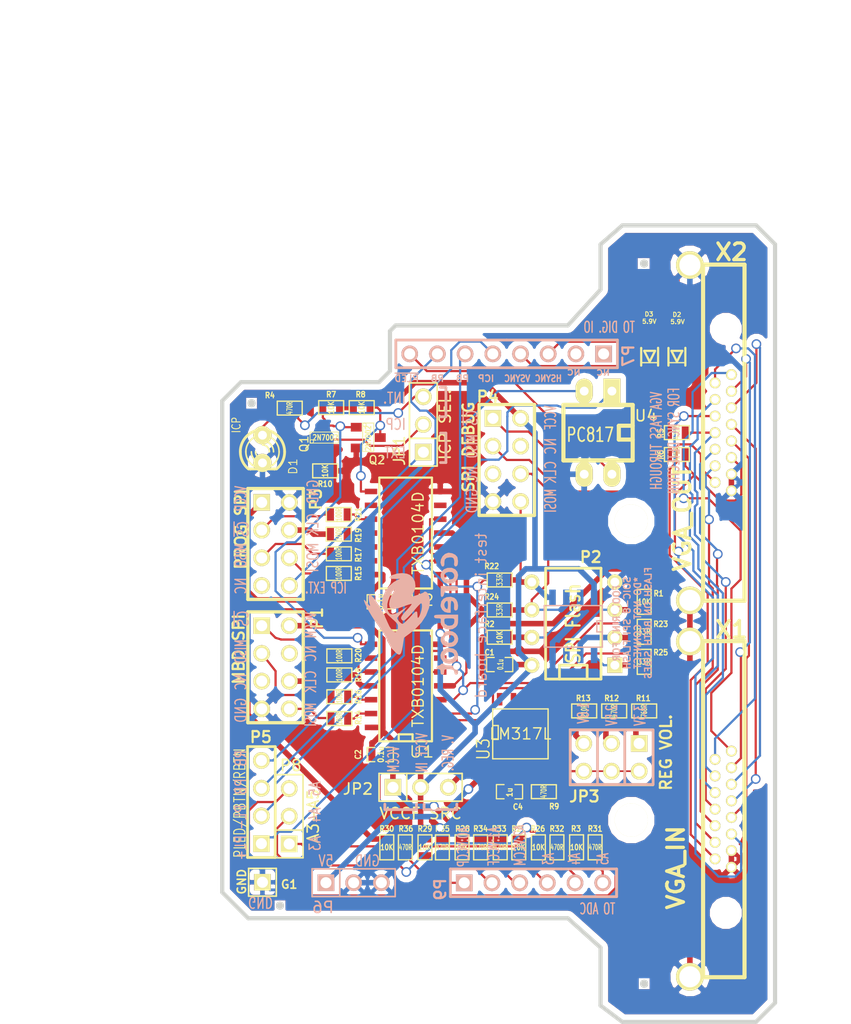
<source format=kicad_pcb>
(kicad_pcb (version 3) (host pcbnew "(2013-07-07 BZR 4022)-stable")
  (title_block (title "coreboot test shield") (rev 0.00) (company "coreboot GSoC 2013") (comment 1 "Ayush Sagar") (comment 2 ayush@ieee.org))
  (layers (15 Front signal) (0 Back signal) (20 B.SilkS user) (21 F.SilkS user) (22 B.Mask user) (23 F.Mask user) (28 Edge.Cuts user))
  (net 0 "")
  (net 1 +5V)
  (net 2 /HSYNC)
  (net 3 /ICP_INT)
  (net 4 /ICP_IO3)
  (net 5 /PBTN)
  (net 6 /RBTN)
  (net 7 "/SPI change-over switch/CLK_F")
  (net 8 "/SPI change-over switch/CLK_M")
  (net 9 "/SPI change-over switch/CLK_P")
  (net 10 "/SPI change-over switch/ICP")
  (net 11 "/SPI change-over switch/MISO_F")
  (net 12 "/SPI change-over switch/MISO_M")
  (net 13 "/SPI change-over switch/MISO_P")
  (net 14 "/SPI change-over switch/MOSI_F")
  (net 15 "/SPI change-over switch/MOSI_M")
  (net 16 "/SPI change-over switch/MOSI_P")
  (net 17 "/SPI change-over switch/SET_ICP")
  (net 18 "/SPI change-over switch/~CS_F~")
  (net 19 "/SPI change-over switch/~CS_M~")
  (net 20 "/SPI change-over switch/~CS_P~")
  (net 21 "/SPI change-over switch/~ICP~")
  (net 22 /VP1)
  (net 23 /VP11)
  (net 24 /VP12)
  (net 25 /VP13)
  (net 26 /VP14)
  (net 27 /VP15)
  (net 28 /VP2)
  (net 29 /VP3)
  (net 30 /VP4)
  (net 31 /VP6)
  (net 32 /VP7)
  (net 33 /VP8)
  (net 34 /VP9)
  (net 35 /VSYNC)
  (net 36 /~HOLD~)
  (net 37 /~PLED~)
  (net 38 /~WP~)
  (net 39 GND)
  (net 40 N-000001)
  (net 41 N-0000013)
  (net 42 N-0000014)
  (net 43 N-0000018)
  (net 44 N-000002)
  (net 45 N-000003)
  (net 46 N-000004)
  (net 47 N-000005)
  (net 48 N-000006)
  (net 49 N-0000060)
  (net 50 N-0000062)
  (net 51 N-0000063)
  (net 52 N-0000064)
  (net 53 N-0000066)
  (net 54 N-0000067)
  (net 55 N-0000068)
  (net 56 N-0000069)
  (net 57 N-000007)
  (net 58 N-0000070)
  (net 59 N-0000071)
  (net 60 N-0000072)
  (net 61 N-0000073)
  (net 62 N-0000074)
  (net 63 N-0000075)
  (net 64 N-0000076)
  (net 65 N-0000077)
  (net 66 N-0000078)
  (net 67 N-000008)
  (net 68 N-000009)
  (net 69 VCC_F)
  (net 70 VCC_M)
  (net 71 VCC_P)
  (module MiniMelf (layer Front) (at 95.78 68.36 90)
    (fp_text reference D2 (at 3.82 0 180) (layer F.SilkS) (effects (font (size 0.4 0.4) (thickness 0.0889))))
    (fp_text value 5.9V (at 3.16 0.06 180) (layer F.SilkS) (effects (font (size 0.4 0.4) (thickness 0.0889))))
    (pad 1 smd rect (at 1.69926 0 90) (size 1.39954 1.79832) (layers Front F.Mask) (net 39 GND))
    (pad 2 smd rect (at -1.69926 0 90) (size 1.39954 1.79832) (layers Front F.Mask) (net 2 /HSYNC))
  )
  (module MiniMelf (layer Front) (at 93.28 68.36 90)
    (fp_text reference D3 (at 3.86 -0.06 180) (layer F.SilkS) (effects (font (size 0.4 0.4) (thickness 0.0889))))
    (fp_text value 5.9V (at 3.19 -0.03 180) (layer F.SilkS) (effects (font (size 0.4 0.4) (thickness 0.0889))))
    (pad 1 smd rect (at 1.69926 0 90) (size 1.39954 1.79832) (layers Front F.Mask) (net 39 GND))
    (pad 2 smd rect (at -1.69926 0 90) (size 1.39954 1.79832) (layers Front F.Mask) (net 35 /VSYNC))
  )
  (module SO8E (layer Back) (at 86.28 93.11 180)
    (fp_text reference P10 hide)
    (fp_text value "SPI Flash" hide)
    (pad 8 smd rect (at -1.905 2.667 180) (size 0.59944 1.39954) (layers Back B.Mask) (net 69 VCC_F))
    (pad 1 smd rect (at -1.905 -2.667 180) (size 0.59944 1.39954) (layers Back B.Mask) (net 18 "/SPI change-over switch/~CS_F~"))
    (pad 7 smd rect (at -0.635 2.667 180) (size 0.59944 1.39954) (layers Back B.Mask) (net 36 /~HOLD~))
    (pad 6 smd rect (at 0.635 2.667 180) (size 0.59944 1.39954) (layers Back B.Mask) (net 7 "/SPI change-over switch/CLK_F"))
    (pad 5 smd rect (at 1.905 2.667 180) (size 0.59944 1.39954) (layers Back B.Mask) (net 14 "/SPI change-over switch/MOSI_F"))
    (pad 2 smd rect (at -0.635 -2.667 180) (size 0.59944 1.39954) (layers Back B.Mask) (net 11 "/SPI change-over switch/MISO_F"))
    (pad 3 smd rect (at 0.635 -2.667 180) (size 0.59944 1.39954) (layers Back B.Mask) (net 38 /~WP~))
    (pad 4 smd rect (at 1.905 -2.667 180) (size 0.59944 1.39954) (layers Back B.Mask) (net 39 GND))
  )
  (module 1pin (layer Front) (at 91.593 83.455)
    (fp_text reference V4 hide)
    (fp_text value "" hide)
    (pad "" np_thru_hole circle (at 0 0) (size 3.048 3.048) (drill 3.048) (layers *.Cu *.Mask F.SilkS) (clearance 0.6))
  )
  (module 1pin (layer Front) (at 91.593 110.86)
    (fp_text reference V3 hide)
    (fp_text value "" hide)
    (pad "" np_thru_hole circle (at 0 0) (size 3.048 3.048) (drill 3.048) (layers *.Cu *.Mask F.SilkS) (clearance 0.6))
  )
  (module PIN_ARRAY_3X1 (layer Back) (at 66.14 116.6)
    (fp_text reference P6 (at -2.81 2.26) (layer B.SilkS) (effects (font (size 1.016 1.016) (thickness 0.1524)) (justify mirror)))
    (fp_text value POWER hide)
    (pad 1 thru_hole rect (at -2.54 0) (size 1.524 1.524) (drill 1.016) (layers *.Cu *.Mask B.SilkS) (net 1 +5V))
    (pad 2 thru_hole circle (at 0 0) (size 1.524 1.524) (drill 1.016) (layers *.Cu *.Mask B.SilkS) (net 39 GND) (thermal_gap 0.4))
    (pad 3 thru_hole circle (at 2.54 0) (size 1.524 1.524) (drill 1.016) (layers *.Cu *.Mask B.SilkS) (net 39 GND) (thermal_gap 0.4))
  )
  (module PIN_ARRAY_3X1 (layer Front) (at 60.23 110.51 90)
    (fp_text reference P8 (at 4.65 0.15 180) (layer F.SilkS) (effects (font (size 1.016 1.016) (thickness 0.1524))))
    (fp_text value A3-A5 (at 0 2.2 90) (layer F.SilkS) (effects (font (size 1.016 1.016) (thickness 0.1524))))
    (pad 1 thru_hole rect (at -2.54 0 90) (size 1.524 1.524) (drill 1.016) (layers *.Cu *.Mask F.SilkS) (net 40 N-000001))
    (pad 2 thru_hole circle (at 0 0 90) (size 1.524 1.524) (drill 1.016) (layers *.Cu *.Mask F.SilkS) (net 57 N-000007))
    (pad 3 thru_hole circle (at 2.54 0 90) (size 1.524 1.524) (drill 1.016) (layers *.Cu *.Mask F.SilkS) (net 48 N-000006))
  )
  (module "EDAC 634-015-274-990 D-Sub High Density 15 pin Slim" (layer Front) (at 100.78 75.36 270)
    (fp_text reference X2 (at -16.55 0 360) (layer F.SilkS) (effects (font (size 1.524 1.524) (thickness 0.3048))))
    (fp_text value VGA_OUT (at 7.85 4.5 270) (layer F.SilkS) (effects (font (size 1.524 1.524) (thickness 0.3048))))
    (pad 6 thru_hole circle (at -5.32 0 270) (size 1 1) (drill 0.7) (layers *.Cu *.Mask F.SilkS) (net 31 /VP6))
    (pad 11 thru_hole circle (at -4.56 1.5 270) (size 1 1) (drill 0.7) (layers *.Cu *.Mask F.SilkS) (net 23 /VP11))
    (pad 1 thru_hole circle (at -3.8 0 270) (size 1 1) (drill 0.7) (layers *.Cu *.Mask F.SilkS) (net 22 /VP1))
    (pad 7 thru_hole circle (at -3.04 1.5 270) (size 1 1) (drill 0.7) (layers *.Cu *.Mask F.SilkS) (net 32 /VP7))
    (pad 12 thru_hole circle (at -2.28 0 270) (size 1 1) (drill 0.7) (layers *.Cu *.Mask F.SilkS) (net 24 /VP12))
    (pad 2 thru_hole circle (at -1.52 1.5 270) (size 1 1) (drill 0.7) (layers *.Cu *.Mask F.SilkS) (net 28 /VP2))
    (pad 8 thru_hole circle (at -0.76 0 270) (size 1 1) (drill 0.7) (layers *.Cu *.Mask F.SilkS) (net 33 /VP8))
    (pad 13 thru_hole circle (at 0 1.5 270) (size 1 1) (drill 0.7) (layers *.Cu *.Mask F.SilkS) (net 25 /VP13))
    (pad 3 thru_hole circle (at 0.76 0 270) (size 1 1) (drill 0.7) (layers *.Cu *.Mask F.SilkS) (net 29 /VP3))
    (pad 9 thru_hole circle (at 1.52 1.5 270) (size 1 1) (drill 0.7) (layers *.Cu *.Mask F.SilkS) (net 34 /VP9))
    (pad 14 thru_hole circle (at 2.28 0 270) (size 1 1) (drill 0.7) (layers *.Cu *.Mask F.SilkS) (net 26 /VP14))
    (pad 4 thru_hole circle (at 3.04 1.5 270) (size 1 1) (drill 0.7) (layers *.Cu *.Mask F.SilkS) (net 30 /VP4))
    (pad 10 thru_hole circle (at 3.8 0 270) (size 1 1) (drill 0.7) (layers *.Cu *.Mask F.SilkS) (net 39 GND))
    (pad 15 thru_hole circle (at 4.56 1.5 270) (size 1 1) (drill 0.7) (layers *.Cu *.Mask F.SilkS) (net 27 /VP15))
    (pad 5 thru_hole circle (at 5.32 0 270) (size 1 1) (drill 0.7) (layers *.Cu *.Mask F.SilkS) (net 39 GND))
    (pad "" np_thru_hole circle (at 9.51 0.51 270) (size 1.93 1.93) (drill 1.93) (layers *.Cu))
    (pad "" np_thru_hole circle (at -9.51 0.51 270) (size 1.93 1.93) (drill 1.93) (layers *.Cu))
    (pad SH1 thru_hole circle (at -15.365 3.81 270) (size 2.54 2.54) (drill 1.93) (layers *.Cu *.Mask F.SilkS) (net 39 GND))
    (pad SH2 thru_hole circle (at 15.365 3.81 270) (size 2.54 2.54) (drill 1.93) (layers *.Cu *.Mask F.SilkS) (net 39 GND))
  )
  (module "EDAC 634-015-274-990 D-Sub High Density 15 pin Slim" (layer Front) (at 100.78 109.86 270)
    (fp_text reference X1 (at -16.45 0 360) (layer F.SilkS) (effects (font (size 1.524 1.524) (thickness 0.3048))))
    (fp_text value VGA_IN (at 5.35 5.1 270) (layer F.SilkS) (effects (font (size 1.524 1.524) (thickness 0.3048))))
    (pad 6 thru_hole circle (at -5.32 0 270) (size 1 1) (drill 0.7) (layers *.Cu *.Mask F.SilkS) (net 31 /VP6))
    (pad 11 thru_hole circle (at -4.56 1.5 270) (size 1 1) (drill 0.7) (layers *.Cu *.Mask F.SilkS) (net 23 /VP11))
    (pad 1 thru_hole circle (at -3.8 0 270) (size 1 1) (drill 0.7) (layers *.Cu *.Mask F.SilkS) (net 22 /VP1))
    (pad 7 thru_hole circle (at -3.04 1.5 270) (size 1 1) (drill 0.7) (layers *.Cu *.Mask F.SilkS) (net 32 /VP7))
    (pad 12 thru_hole circle (at -2.28 0 270) (size 1 1) (drill 0.7) (layers *.Cu *.Mask F.SilkS) (net 24 /VP12))
    (pad 2 thru_hole circle (at -1.52 1.5 270) (size 1 1) (drill 0.7) (layers *.Cu *.Mask F.SilkS) (net 28 /VP2))
    (pad 8 thru_hole circle (at -0.76 0 270) (size 1 1) (drill 0.7) (layers *.Cu *.Mask F.SilkS) (net 33 /VP8))
    (pad 13 thru_hole circle (at 0 1.5 270) (size 1 1) (drill 0.7) (layers *.Cu *.Mask F.SilkS) (net 25 /VP13))
    (pad 3 thru_hole circle (at 0.76 0 270) (size 1 1) (drill 0.7) (layers *.Cu *.Mask F.SilkS) (net 29 /VP3))
    (pad 9 thru_hole circle (at 1.52 1.5 270) (size 1 1) (drill 0.7) (layers *.Cu *.Mask F.SilkS) (net 34 /VP9))
    (pad 14 thru_hole circle (at 2.28 0 270) (size 1 1) (drill 0.7) (layers *.Cu *.Mask F.SilkS) (net 26 /VP14))
    (pad 4 thru_hole circle (at 3.04 1.5 270) (size 1 1) (drill 0.7) (layers *.Cu *.Mask F.SilkS) (net 30 /VP4))
    (pad 10 thru_hole circle (at 3.8 0 270) (size 1 1) (drill 0.7) (layers *.Cu *.Mask F.SilkS) (net 39 GND))
    (pad 15 thru_hole circle (at 4.56 1.5 270) (size 1 1) (drill 0.7) (layers *.Cu *.Mask F.SilkS) (net 27 /VP15))
    (pad 5 thru_hole circle (at 5.32 0 270) (size 1 1) (drill 0.7) (layers *.Cu *.Mask F.SilkS) (net 39 GND))
    (pad "" np_thru_hole circle (at 9.51 0.51 270) (size 1.93 1.93) (drill 1.93) (layers *.Cu))
    (pad "" np_thru_hole circle (at -9.51 0.51 270) (size 1.93 1.93) (drill 1.93) (layers *.Cu))
    (pad SH1 thru_hole circle (at -15.365 3.81 270) (size 2.54 2.54) (drill 1.93) (layers *.Cu *.Mask F.SilkS) (net 39 GND))
    (pad SH2 thru_hole circle (at 15.365 3.81 270) (size 2.54 2.54) (drill 1.93) (layers *.Cu *.Mask F.SilkS) (net 39 GND))
  )
  (module LED-3MM (layer Front) (at 57.78 76.86 270)
    (fp_text reference D1 (at 1.6 -2.8 270) (layer F.SilkS) (effects (font (size 0.762 0.762) (thickness 0.0889))))
    (fp_text value ICP (at -2.2 2.4 270) (layer F.SilkS) (effects (font (size 0.762 0.6) (thickness 0.0889))))
    (pad 1 thru_hole circle (at -1.27 0 270) (size 1.6764 1.6764) (drill 0.8128) (layers *.Cu *.Mask F.SilkS) (net 43 N-0000018))
    (pad 2 thru_hole circle (at 1.27 0 270) (size 1.6764 1.6764) (drill 0.8128) (layers *.Cu *.Mask F.SilkS) (net 39 GND))
  )
  (module pin_array_3x2 (layer Front) (at 89.78 105.11 180)
    (fp_text reference JP3 (at 2.48 -3.59 180) (layer F.SilkS) (effects (font (size 1.016 1.016) (thickness 0.2032))))
    (fp_text value "REG VOL." (at -5 0.45 270) (layer F.SilkS) (effects (font (size 1.016 1.016) (thickness 0.2032))))
    (pad 1 thru_hole rect (at -2.54 1.27 180) (size 1.524 1.524) (drill 1.016) (layers *.Cu *.Mask F.SilkS) (net 50 N-0000062))
    (pad 2 thru_hole circle (at -2.54 -1.27 180) (size 1.524 1.524) (drill 1.016) (layers *.Cu *.Mask F.SilkS) (net 60 N-0000072))
    (pad 3 thru_hole circle (at 0 1.27 180) (size 1.524 1.524) (drill 1.016) (layers *.Cu *.Mask F.SilkS) (net 52 N-0000064))
    (pad 4 thru_hole circle (at 0 -1.27 180) (size 1.524 1.524) (drill 1.016) (layers *.Cu *.Mask F.SilkS) (net 60 N-0000072))
    (pad 5 thru_hole circle (at 2.54 1.27 180) (size 1.524 1.524) (drill 1.016) (layers *.Cu *.Mask F.SilkS) (net 51 N-0000063))
    (pad 6 thru_hole circle (at 2.54 -1.27 180) (size 1.524 1.524) (drill 1.016) (layers *.Cu *.Mask F.SilkS) (net 60 N-0000072))
  )
  (module PIN_ARRAY_4x1 (layer Front) (at 57.68 109.21 90)
    (fp_text reference P5 (at 5.95 -0.05 180) (layer F.SilkS) (effects (font (size 1.016 1.016) (thickness 0.2032))))
    (fp_text value PLED/PBTN/RBTN (at -0.09 -1.98 90) (layer F.SilkS) (effects (font (size 1.016 0.75) (thickness 0.1))))
    (pad 1 thru_hole rect (at -3.81 0 90) (size 1.524 1.524) (drill 1.016) (layers *.Cu *.Mask F.SilkS) (net 42 N-0000014))
    (pad 2 thru_hole circle (at -1.27 0 90) (size 1.524 1.524) (drill 1.016) (layers *.Cu *.Mask F.SilkS) (net 41 N-0000013))
    (pad 3 thru_hole circle (at 1.27 0 90) (size 1.524 1.524) (drill 1.016) (layers *.Cu *.Mask F.SilkS) (net 5 /PBTN))
    (pad 4 thru_hole circle (at 3.81 0 90) (size 1.524 1.524) (drill 1.016) (layers *.Cu *.Mask F.SilkS) (net 6 /RBTN))
  )
  (module pin_array_4x2 (layer Front) (at 80.18 77.86 270)
    (fp_text reference P4 (at -5.8 1.75 360) (layer F.SilkS) (effects (font (size 1.016 1.016) (thickness 0.2032))))
    (fp_text value "SPI DEBUG" (at -1.18 3.51 270) (layer F.SilkS) (effects (font (size 1.016 1.016) (thickness 0.2032))))
    (pad 1 thru_hole rect (at -3.81 1.27 270) (size 1.524 1.524) (drill 1.016) (layers *.Cu *.Mask F.SilkS) (net 18 "/SPI change-over switch/~CS_F~"))
    (pad 2 thru_hole circle (at -3.81 -1.27 270) (size 1.524 1.524) (drill 1.016) (layers *.Cu *.Mask F.SilkS) (net 69 VCC_F))
    (pad 3 thru_hole circle (at -1.27 1.27 270) (size 1.524 1.524) (drill 1.016) (layers *.Cu *.Mask F.SilkS) (net 11 "/SPI change-over switch/MISO_F"))
    (pad 4 thru_hole circle (at -1.27 -1.27 270) (size 1.524 1.524) (drill 1.016) (layers *.Cu *.Mask F.SilkS))
    (pad 5 thru_hole circle (at 1.27 1.27 270) (size 1.524 1.524) (drill 1.016) (layers *.Cu *.Mask F.SilkS))
    (pad 6 thru_hole circle (at 1.27 -1.27 270) (size 1.524 1.524) (drill 1.016) (layers *.Cu *.Mask F.SilkS) (net 7 "/SPI change-over switch/CLK_F"))
    (pad 7 thru_hole circle (at 3.81 1.27 270) (size 1.524 1.524) (drill 1.016) (layers *.Cu *.Mask F.SilkS) (net 39 GND))
    (pad 8 thru_hole circle (at 3.81 -1.27 270) (size 1.524 1.524) (drill 1.016) (layers *.Cu *.Mask F.SilkS) (net 14 "/SPI change-over switch/MOSI_F"))
  )
  (module pin_array_4x2 (layer Front) (at 58.98 85.56 270)
    (fp_text reference P3 (at -4.1 -3.7 270) (layer F.SilkS) (effects (font (size 1.016 1.016) (thickness 0.2032))))
    (fp_text value "PROG SPI" (at -1.36 3.18 270) (layer F.SilkS) (effects (font (size 1.016 1.016) (thickness 0.2032))))
    (pad 1 thru_hole rect (at -3.81 1.27 270) (size 1.524 1.524) (drill 1.016) (layers *.Cu *.Mask F.SilkS) (net 71 VCC_P))
    (pad 2 thru_hole circle (at -3.81 -1.27 270) (size 1.524 1.524) (drill 1.016) (layers *.Cu *.Mask F.SilkS) (net 39 GND))
    (pad 3 thru_hole circle (at -1.27 1.27 270) (size 1.524 1.524) (drill 1.016) (layers *.Cu *.Mask F.SilkS) (net 20 "/SPI change-over switch/~CS_P~"))
    (pad 4 thru_hole circle (at -1.27 -1.27 270) (size 1.524 1.524) (drill 1.016) (layers *.Cu *.Mask F.SilkS) (net 9 "/SPI change-over switch/CLK_P"))
    (pad 5 thru_hole circle (at 1.27 1.27 270) (size 1.524 1.524) (drill 1.016) (layers *.Cu *.Mask F.SilkS) (net 13 "/SPI change-over switch/MISO_P"))
    (pad 6 thru_hole circle (at 1.27 -1.27 270) (size 1.524 1.524) (drill 1.016) (layers *.Cu *.Mask F.SilkS) (net 16 "/SPI change-over switch/MOSI_P"))
    (pad 7 thru_hole circle (at 3.81 1.27 270) (size 1.524 1.524) (drill 1.016) (layers *.Cu *.Mask F.SilkS))
    (pad 8 thru_hole circle (at 3.81 -1.27 270) (size 1.524 1.524) (drill 1.016) (layers *.Cu *.Mask F.SilkS) (net 4 /ICP_IO3))
  )
  (module pin_array_4x2 (layer Front) (at 58.98 96.86 270)
    (fp_text reference P1 (at -4.5 -3.8 270) (layer F.SilkS) (effects (font (size 1.016 1.016) (thickness 0.2032))))
    (fp_text value "MBD SPI" (at -1.66 3.38 270) (layer F.SilkS) (effects (font (size 1.016 1.016) (thickness 0.2032))))
    (pad 1 thru_hole rect (at -3.81 1.27 270) (size 1.524 1.524) (drill 1.016) (layers *.Cu *.Mask F.SilkS) (net 19 "/SPI change-over switch/~CS_M~"))
    (pad 2 thru_hole circle (at -3.81 -1.27 270) (size 1.524 1.524) (drill 1.016) (layers *.Cu *.Mask F.SilkS) (net 70 VCC_M))
    (pad 3 thru_hole circle (at -1.27 1.27 270) (size 1.524 1.524) (drill 1.016) (layers *.Cu *.Mask F.SilkS) (net 12 "/SPI change-over switch/MISO_M"))
    (pad 4 thru_hole circle (at -1.27 -1.27 270) (size 1.524 1.524) (drill 1.016) (layers *.Cu *.Mask F.SilkS))
    (pad 5 thru_hole circle (at 1.27 1.27 270) (size 1.524 1.524) (drill 1.016) (layers *.Cu *.Mask F.SilkS))
    (pad 6 thru_hole circle (at 1.27 -1.27 270) (size 1.524 1.524) (drill 1.016) (layers *.Cu *.Mask F.SilkS) (net 8 "/SPI change-over switch/CLK_M"))
    (pad 7 thru_hole circle (at 3.81 1.27 270) (size 1.524 1.524) (drill 1.016) (layers *.Cu *.Mask F.SilkS) (net 39 GND))
    (pad 8 thru_hole circle (at 3.81 -1.27 270) (size 1.524 1.524) (drill 1.016) (layers *.Cu *.Mask F.SilkS) (net 15 "/SPI change-over switch/MOSI_M"))
  )
  (module SM0603 (layer Front) (at 70.88 113.36 90)
    (fp_text reference R36 (at 1.7 0.05 180) (layer F.SilkS) (effects (font (size 0.508 0.4572) (thickness 0.1143))))
    (fp_text value 470R (at 0 0 180) (layer F.SilkS) (effects (font (size 0.508 0.3) (thickness 0.075))))
    (pad 1 smd rect (at -0.762 0 90) (size 0.635 1.143) (layers Front F.Mask) (net 47 N-000005))
    (pad 2 smd rect (at 0.762 0 90) (size 0.635 1.143) (layers Front F.Mask) (net 39 GND))
  )
  (module SM0603 (layer Front) (at 74.28 113.36 90)
    (fp_text reference R35 (at 1.7 0 180) (layer F.SilkS) (effects (font (size 0.508 0.4572) (thickness 0.1143))))
    (fp_text value 470R (at 0 0 180) (layer F.SilkS) (effects (font (size 0.508 0.3) (thickness 0.075))))
    (pad 1 smd rect (at -0.762 0 90) (size 0.635 1.143) (layers Front F.Mask) (net 46 N-000004))
    (pad 2 smd rect (at 0.762 0 90) (size 0.635 1.143) (layers Front F.Mask) (net 39 GND))
  )
  (module SM0603 (layer Front) (at 86.58 113.36 270)
    (fp_text reference R3 (at -1.7 0.05 360) (layer F.SilkS) (effects (font (size 0.508 0.4572) (thickness 0.1143))))
    (fp_text value 10K (at 0 0 360) (layer F.SilkS) (effects (font (size 0.508 0.4) (thickness 0.1))))
    (pad 1 smd rect (at -0.762 0 270) (size 0.635 1.143) (layers Front F.Mask) (net 48 N-000006))
    (pad 2 smd rect (at 0.762 0 270) (size 0.635 1.143) (layers Front F.Mask) (net 68 N-000009))
  )
  (module SM0603 (layer Front) (at 83.08 113.36 270)
    (fp_text reference R26 (at -1.7 0.05 360) (layer F.SilkS) (effects (font (size 0.508 0.4572) (thickness 0.1143))))
    (fp_text value 10K (at 0 0 360) (layer F.SilkS) (effects (font (size 0.508 0.4) (thickness 0.1))))
    (pad 1 smd rect (at -0.762 0 270) (size 0.635 1.143) (layers Front F.Mask) (net 57 N-000007))
    (pad 2 smd rect (at 0.762 0 270) (size 0.635 1.143) (layers Front F.Mask) (net 67 N-000008))
  )
  (module SM0603 (layer Front) (at 81.28 113.36 270)
    (fp_text reference R27 (at -1.7 0 360) (layer F.SilkS) (effects (font (size 0.508 0.4572) (thickness 0.1143))))
    (fp_text value 10K (at 0 0 360) (layer F.SilkS) (effects (font (size 0.508 0.4) (thickness 0.1))))
    (pad 1 smd rect (at -0.762 0 270) (size 0.635 1.143) (layers Front F.Mask) (net 40 N-000001))
    (pad 2 smd rect (at 0.762 0 270) (size 0.635 1.143) (layers Front F.Mask) (net 44 N-000002))
  )
  (module SM0603 (layer Front) (at 77.78 113.36 90)
    (fp_text reference R34 (at 1.7 0 180) (layer F.SilkS) (effects (font (size 0.508 0.4572) (thickness 0.1143))))
    (fp_text value 470R (at 0 0 180) (layer F.SilkS) (effects (font (size 0.508 0.3) (thickness 0.075))))
    (pad 1 smd rect (at -0.762 0 90) (size 0.635 1.143) (layers Front F.Mask) (net 45 N-000003))
    (pad 2 smd rect (at 0.762 0 90) (size 0.635 1.143) (layers Front F.Mask) (net 39 GND))
  )
  (module SM0603 (layer Front) (at 79.58 113.36 90)
    (fp_text reference R33 (at 1.7 -0.1 180) (layer F.SilkS) (effects (font (size 0.508 0.4572) (thickness 0.1143))))
    (fp_text value 470R (at 0 0 180) (layer F.SilkS) (effects (font (size 0.508 0.3) (thickness 0.075))))
    (pad 1 smd rect (at -0.762 0 90) (size 0.635 1.143) (layers Front F.Mask) (net 44 N-000002))
    (pad 2 smd rect (at 0.762 0 90) (size 0.635 1.143) (layers Front F.Mask) (net 39 GND))
  )
  (module SM0603 (layer Front) (at 88.28 113.36 90)
    (fp_text reference R31 (at 1.7 0 180) (layer F.SilkS) (effects (font (size 0.508 0.4572) (thickness 0.1143))))
    (fp_text value 470R (at 0 0 180) (layer F.SilkS) (effects (font (size 0.508 0.3) (thickness 0.075))))
    (pad 1 smd rect (at -0.762 0 90) (size 0.635 1.143) (layers Front F.Mask) (net 68 N-000009))
    (pad 2 smd rect (at 0.762 0 90) (size 0.635 1.143) (layers Front F.Mask) (net 39 GND))
  )
  (module SM0603 (layer Front) (at 60.28 73.11)
    (fp_text reference R4 (at -1.82 -1.17) (layer F.SilkS) (effects (font (size 0.508 0.4572) (thickness 0.1143))))
    (fp_text value 470R (at 0 0 90) (layer F.SilkS) (effects (font (size 0.508 0.3) (thickness 0.075))))
    (pad 1 smd rect (at -0.762 0) (size 0.635 1.143) (layers Front F.Mask) (net 43 N-0000018))
    (pad 2 smd rect (at 0.762 0) (size 0.635 1.143) (layers Front F.Mask) (net 3 /ICP_INT))
  )
  (module SM0603 (layer Front) (at 95.78 77.36 180)
    (fp_text reference R6 (at 1.49 -0.02 270) (layer F.SilkS) (effects (font (size 0.508 0.4572) (thickness 0.1143))))
    (fp_text value 470R (at 0 0 270) (layer F.SilkS) (effects (font (size 0.508 0.3) (thickness 0.075))))
    (pad 1 smd rect (at -0.762 0 180) (size 0.635 1.143) (layers Front F.Mask) (net 26 /VP14))
    (pad 2 smd rect (at 0.762 0 180) (size 0.635 1.143) (layers Front F.Mask) (net 35 /VSYNC))
  )
  (module SM0603 (layer Front) (at 92.78 90.86 270)
    (fp_text reference R1 (at -0.76 -1.32 360) (layer F.SilkS) (effects (font (size 0.508 0.4572) (thickness 0.1143))))
    (fp_text value 10K (at 0 0 360) (layer F.SilkS) (effects (font (size 0.508 0.4) (thickness 0.1))))
    (pad 1 smd rect (at -0.762 0 270) (size 0.635 1.143) (layers Front F.Mask) (net 69 VCC_F))
    (pad 2 smd rect (at 0.762 0 270) (size 0.635 1.143) (layers Front F.Mask) (net 38 /~WP~))
  )
  (module SM0603 (layer Front) (at 79.53 94.11)
    (fp_text reference R2 (at -0.93 -1.21) (layer F.SilkS) (effects (font (size 0.508 0.4572) (thickness 0.1143))))
    (fp_text value 10K (at 0 0 90) (layer F.SilkS) (effects (font (size 0.508 0.4) (thickness 0.1))))
    (pad 1 smd rect (at -0.762 0) (size 0.635 1.143) (layers Front F.Mask) (net 69 VCC_F))
    (pad 2 smd rect (at 0.762 0) (size 0.635 1.143) (layers Front F.Mask) (net 36 /~HOLD~))
  )
  (module SM0603 (layer Front) (at 76.08 113.36 270)
    (fp_text reference R28 (at -1.7 -0.05 360) (layer F.SilkS) (effects (font (size 0.508 0.4572) (thickness 0.1143))))
    (fp_text value 10K (at 0 0 360) (layer F.SilkS) (effects (font (size 0.508 0.4) (thickness 0.1))))
    (pad 1 smd rect (at -0.762 0 270) (size 0.635 1.143) (layers Front F.Mask) (net 70 VCC_M))
    (pad 2 smd rect (at 0.762 0 270) (size 0.635 1.143) (layers Front F.Mask) (net 45 N-000003))
  )
  (module SM0603 (layer Front) (at 92.78 96.36 270)
    (fp_text reference R25 (at -0.86 -1.52 360) (layer F.SilkS) (effects (font (size 0.508 0.4572) (thickness 0.1143))))
    (fp_text value 33R (at 0 0 360) (layer F.SilkS) (effects (font (size 0.508 0.4) (thickness 0.1))))
    (pad 1 smd rect (at -0.762 0 270) (size 0.635 1.143) (layers Front F.Mask) (net 56 N-0000069))
    (pad 2 smd rect (at 0.762 0 270) (size 0.635 1.143) (layers Front F.Mask) (net 18 "/SPI change-over switch/~CS_F~"))
  )
  (module SM0603 (layer Front) (at 79.53 91.61)
    (fp_text reference R24 (at -0.73 -1.21) (layer F.SilkS) (effects (font (size 0.508 0.4572) (thickness 0.1143))))
    (fp_text value 33R (at 0 0 90) (layer F.SilkS) (effects (font (size 0.508 0.4) (thickness 0.075))))
    (pad 1 smd rect (at -0.762 0) (size 0.635 1.143) (layers Front F.Mask) (net 55 N-0000068))
    (pad 2 smd rect (at 0.762 0) (size 0.635 1.143) (layers Front F.Mask) (net 7 "/SPI change-over switch/CLK_F"))
  )
  (module SM0603 (layer Front) (at 92.78 93.61 270)
    (fp_text reference R23 (at -0.71 -1.52 360) (layer F.SilkS) (effects (font (size 0.508 0.4572) (thickness 0.1143))))
    (fp_text value 33R (at 0 0 360) (layer F.SilkS) (effects (font (size 0.508 0.4) (thickness 0.1))))
    (pad 1 smd rect (at -0.762 0 270) (size 0.635 1.143) (layers Front F.Mask) (net 53 N-0000066))
    (pad 2 smd rect (at 0.762 0 270) (size 0.635 1.143) (layers Front F.Mask) (net 11 "/SPI change-over switch/MISO_F"))
  )
  (module SM0603 (layer Front) (at 79.53 88.86)
    (fp_text reference R22 (at -0.73 -1.26) (layer F.SilkS) (effects (font (size 0.508 0.4572) (thickness 0.1143))))
    (fp_text value 33R (at 0 0 90) (layer F.SilkS) (effects (font (size 0.508 0.4) (thickness 0.075))))
    (pad 1 smd rect (at -0.762 0) (size 0.635 1.143) (layers Front F.Mask) (net 54 N-0000067))
    (pad 2 smd rect (at 0.762 0) (size 0.635 1.143) (layers Front F.Mask) (net 14 "/SPI change-over switch/MOSI_F"))
  )
  (module SM0603 (layer Front) (at 64.83 99.56 180)
    (fp_text reference R16 (at -1.75 0 270) (layer F.SilkS) (effects (font (size 0.508 0.4572) (thickness 0.1143))))
    (fp_text value 100R (at 0 0 270) (layer F.SilkS) (effects (font (size 0.508 0.3) (thickness 0.075))))
    (pad 1 smd rect (at -0.762 0 180) (size 0.635 1.143) (layers Front F.Mask) (net 65 N-0000077))
    (pad 2 smd rect (at 0.762 0 180) (size 0.635 1.143) (layers Front F.Mask) (net 12 "/SPI change-over switch/MISO_M"))
  )
  (module SM0603 (layer Front) (at 64.83 97.56 180)
    (fp_text reference R18 (at -1.75 0 270) (layer F.SilkS) (effects (font (size 0.508 0.4572) (thickness 0.1143))))
    (fp_text value 100R (at 0 0 270) (layer F.SilkS) (effects (font (size 0.508 0.3) (thickness 0.075))))
    (pad 1 smd rect (at -0.762 0 180) (size 0.635 1.143) (layers Front F.Mask) (net 66 N-0000078))
    (pad 2 smd rect (at 0.762 0 180) (size 0.635 1.143) (layers Front F.Mask) (net 8 "/SPI change-over switch/CLK_M"))
  )
  (module SM0603 (layer Front) (at 64.83 101.56 180)
    (fp_text reference R14 (at -1.75 0.1 270) (layer F.SilkS) (effects (font (size 0.508 0.4572) (thickness 0.1143))))
    (fp_text value 100R (at 0 0 270) (layer F.SilkS) (effects (font (size 0.508 0.3) (thickness 0.075))))
    (pad 1 smd rect (at -0.762 0 180) (size 0.635 1.143) (layers Front F.Mask) (net 64 N-0000076))
    (pad 2 smd rect (at 0.762 0 180) (size 0.635 1.143) (layers Front F.Mask) (net 15 "/SPI change-over switch/MOSI_M"))
  )
  (module SM0603 (layer Front) (at 64.78 84.66 180)
    (fp_text reference R19 (at -1.8 -0.1 270) (layer F.SilkS) (effects (font (size 0.508 0.4572) (thickness 0.1143))))
    (fp_text value 100R (at 0 0 270) (layer F.SilkS) (effects (font (size 0.508 0.3) (thickness 0.075))))
    (pad 1 smd rect (at -0.762 0 180) (size 0.635 1.143) (layers Front F.Mask) (net 62 N-0000074))
    (pad 2 smd rect (at 0.762 0 180) (size 0.635 1.143) (layers Front F.Mask) (net 9 "/SPI change-over switch/CLK_P"))
  )
  (module SM0603 (layer Front) (at 64.78 86.46 180)
    (fp_text reference R17 (at -1.8 -0.1 270) (layer F.SilkS) (effects (font (size 0.508 0.4572) (thickness 0.1143))))
    (fp_text value 100R (at 0 0 270) (layer F.SilkS) (effects (font (size 0.508 0.3) (thickness 0.075))))
    (pad 1 smd rect (at -0.762 0 180) (size 0.635 1.143) (layers Front F.Mask) (net 59 N-0000071))
    (pad 2 smd rect (at 0.762 0 180) (size 0.635 1.143) (layers Front F.Mask) (net 13 "/SPI change-over switch/MISO_P"))
  )
  (module SM0603 (layer Front) (at 69.18 113.36 270)
    (fp_text reference R30 (at -1.7 0 360) (layer F.SilkS) (effects (font (size 0.508 0.4572) (thickness 0.1143))))
    (fp_text value 10K (at 0 0 360) (layer F.SilkS) (effects (font (size 0.508 0.4) (thickness 0.1))))
    (pad 1 smd rect (at -0.762 0 270) (size 0.635 1.143) (layers Front F.Mask) (net 71 VCC_P))
    (pad 2 smd rect (at 0.762 0 270) (size 0.635 1.143) (layers Front F.Mask) (net 47 N-000005))
  )
  (module SM0603 (layer Front) (at 87.28 100.86)
    (fp_text reference R13 (at -0.08 -1.16) (layer F.SilkS) (effects (font (size 0.508 0.4572) (thickness 0.1143))))
    (fp_text value 210R (at 0 0 90) (layer F.SilkS) (effects (font (size 0.508 0.3) (thickness 0.075))))
    (pad 1 smd rect (at -0.762 0) (size 0.635 1.143) (layers Front F.Mask) (net 51 N-0000063))
    (pad 2 smd rect (at 0.762 0) (size 0.635 1.143) (layers Front F.Mask) (net 39 GND))
  )
  (module SM0603 (layer Front) (at 72.68 113.36 270)
    (fp_text reference R29 (at -1.7 0 360) (layer F.SilkS) (effects (font (size 0.508 0.4572) (thickness 0.1143))))
    (fp_text value 10K (at 0 0 360) (layer F.SilkS) (effects (font (size 0.508 0.4) (thickness 0.1))))
    (pad 1 smd rect (at -0.762 0 270) (size 0.635 1.143) (layers Front F.Mask) (net 69 VCC_F))
    (pad 2 smd rect (at 0.762 0 270) (size 0.635 1.143) (layers Front F.Mask) (net 46 N-000004))
  )
  (module SM0603 (layer Front) (at 83.58 108.26 180)
    (fp_text reference R9 (at -0.95 -1.35 180) (layer F.SilkS) (effects (font (size 0.508 0.4572) (thickness 0.1143))))
    (fp_text value 470R (at 0 0 270) (layer F.SilkS) (effects (font (size 0.508 0.3) (thickness 0.075))))
    (pad 1 smd rect (at -0.762 0 180) (size 0.635 1.143) (layers Front F.Mask) (net 60 N-0000072))
    (pad 2 smd rect (at 0.762 0 180) (size 0.635 1.143) (layers Front F.Mask) (net 49 N-0000060))
  )
  (module SM0603 (layer Front) (at 64.08 73.06 180)
    (fp_text reference R7 (at 0 1.2 180) (layer F.SilkS) (effects (font (size 0.508 0.4572) (thickness 0.1143))))
    (fp_text value 10K (at 0 0 270) (layer F.SilkS) (effects (font (size 0.508 0.4) (thickness 0.1))))
    (pad 1 smd rect (at -0.762 0 180) (size 0.635 1.143) (layers Front F.Mask) (net 69 VCC_F))
    (pad 2 smd rect (at 0.762 0 180) (size 0.635 1.143) (layers Front F.Mask) (net 21 "/SPI change-over switch/~ICP~"))
  )
  (module SM0603 (layer Front) (at 63.53 78.86)
    (fp_text reference R10 (at 0 1.2) (layer F.SilkS) (effects (font (size 0.508 0.4572) (thickness 0.1143))))
    (fp_text value 10K (at 0 0 90) (layer F.SilkS) (effects (font (size 0.508 0.4) (thickness 0.1))))
    (pad 1 smd rect (at -0.762 0) (size 0.635 1.143) (layers Front F.Mask) (net 17 "/SPI change-over switch/SET_ICP"))
    (pad 2 smd rect (at 0.762 0) (size 0.635 1.143) (layers Front F.Mask) (net 39 GND))
  )
  (module SM0603 (layer Front) (at 92.78 100.86)
    (fp_text reference R11 (at -0.08 -1.16) (layer F.SilkS) (effects (font (size 0.508 0.4572) (thickness 0.1143))))
    (fp_text value 768R (at 0 0 90) (layer F.SilkS) (effects (font (size 0.508 0.3) (thickness 0.075))))
    (pad 1 smd rect (at -0.762 0) (size 0.635 1.143) (layers Front F.Mask) (net 50 N-0000062))
    (pad 2 smd rect (at 0.762 0) (size 0.635 1.143) (layers Front F.Mask) (net 39 GND))
  )
  (module SM0603 (layer Front) (at 64.78 88.26 180)
    (fp_text reference R15 (at -1.8 0 270) (layer F.SilkS) (effects (font (size 0.508 0.4572) (thickness 0.1143))))
    (fp_text value 100R (at 0 0 270) (layer F.SilkS) (effects (font (size 0.508 0.3) (thickness 0.075))))
    (pad 1 smd rect (at -0.762 0 180) (size 0.635 1.143) (layers Front F.Mask) (net 61 N-0000073))
    (pad 2 smd rect (at 0.762 0 180) (size 0.635 1.143) (layers Front F.Mask) (net 16 "/SPI change-over switch/MOSI_P"))
  )
  (module SM0603 (layer Front) (at 90.03 100.86)
    (fp_text reference R12 (at -0.23 -1.16) (layer F.SilkS) (effects (font (size 0.508 0.4572) (thickness 0.1143))))
    (fp_text value 470R (at 0 0 90) (layer F.SilkS) (effects (font (size 0.508 0.3) (thickness 0.075))))
    (pad 1 smd rect (at -0.762 0) (size 0.635 1.143) (layers Front F.Mask) (net 52 N-0000064))
    (pad 2 smd rect (at 0.762 0) (size 0.635 1.143) (layers Front F.Mask) (net 39 GND))
  )
  (module SM0603_Capa (layer Front) (at 68.58 104.86 180)
    (fp_text reference C2 (at 2.03 0.01 270) (layer F.SilkS) (effects (font (size 0.508 0.4572) (thickness 0.1143))))
    (fp_text value 0.1u (at -0.06 0.01 270) (layer F.SilkS) (effects (font (size 0.508 0.4572) (thickness 0.1143))))
    (pad 1 smd rect (at -0.762 0 180) (size 0.635 1.143) (layers Front F.Mask) (net 39 GND))
    (pad 2 smd rect (at 0.762 0 180) (size 0.635 1.143) (layers Front F.Mask) (net 70 VCC_M))
  )
  (module SM0603_Capa (layer Front) (at 79.53 96.61 180)
    (fp_text reference C1 (at 0.93 1.11 180) (layer F.SilkS) (effects (font (size 0.508 0.4572) (thickness 0.1143))))
    (fp_text value 0.1u (at -0.07 0.01 270) (layer F.SilkS) (effects (font (size 0.508 0.3) (thickness 0.075))))
    (pad 1 smd rect (at -0.762 0 180) (size 0.635 1.143) (layers Front F.Mask) (net 69 VCC_F))
    (pad 2 smd rect (at 0.762 0 180) (size 0.635 1.143) (layers Front F.Mask) (net 39 GND))
  )
  (module SM0603_Capa (layer Front) (at 68.58 90.86 180)
    (fp_text reference C3 (at 0 -1.3 180) (layer F.SilkS) (effects (font (size 0.508 0.4572) (thickness 0.1143))))
    (fp_text value 0.1u (at 0 0 270) (layer F.SilkS) (effects (font (size 0.508 0.4572) (thickness 0.1143))))
    (pad 1 smd rect (at -0.762 0 180) (size 0.635 1.143) (layers Front F.Mask) (net 39 GND))
    (pad 2 smd rect (at 0.762 0 180) (size 0.635 1.143) (layers Front F.Mask) (net 71 VCC_P))
  )
  (module SM0603_Capa (layer Front) (at 80.43 108.26)
    (fp_text reference C4 (at 0.77 1.39) (layer F.SilkS) (effects (font (size 0.508 0.4572) (thickness 0.1143))))
    (fp_text value 1u (at 0.01 0.06 90) (layer F.SilkS) (effects (font (size 0.508 0.4572) (thickness 0.1143))))
    (pad 1 smd rect (at -0.762 0) (size 0.635 1.143) (layers Front F.Mask) (net 1 +5V))
    (pad 2 smd rect (at 0.762 0) (size 0.635 1.143) (layers Front F.Mask) (net 39 GND))
  )
  (module SO14N (layer Front) (at 70.78 98.56 90)
    (fp_text reference U1 (at -6.05 1.6 180) (layer F.SilkS) (effects (font (size 1.016 1.143) (thickness 0.127))))
    (fp_text value TXB0104D (at 0 1.27 90) (layer F.SilkS) (effects (font (size 1.016 1.016) (thickness 0.127))))
    (pad 1 smd rect (at -3.81 3.302 90) (size 0.508 1.143) (layers Front F.Mask) (net 69 VCC_F))
    (pad 2 smd rect (at -2.54 3.302 90) (size 0.508 1.143) (layers Front F.Mask) (net 54 N-0000067))
    (pad 3 smd rect (at -1.27 3.302 90) (size 0.508 1.143) (layers Front F.Mask) (net 53 N-0000066))
    (pad 4 smd rect (at 0 3.302 90) (size 0.508 1.143) (layers Front F.Mask) (net 55 N-0000068))
    (pad 5 smd rect (at 1.27 3.302 90) (size 0.508 1.143) (layers Front F.Mask) (net 56 N-0000069))
    (pad 6 smd rect (at 2.54 3.302 90) (size 0.508 1.143) (layers Front F.Mask))
    (pad 7 smd rect (at 3.81 3.302 90) (size 0.508 1.143) (layers Front F.Mask) (net 39 GND))
    (pad 8 smd rect (at 3.81 -3.048 90) (size 0.508 1.143) (layers Front F.Mask) (net 21 "/SPI change-over switch/~ICP~"))
    (pad 9 smd rect (at 2.54 -3.048 90) (size 0.508 1.143) (layers Front F.Mask))
    (pad 11 smd rect (at 0 -3.048 90) (size 0.508 1.143) (layers Front F.Mask) (net 66 N-0000078))
    (pad 12 smd rect (at -1.27 -3.048 90) (size 0.508 1.143) (layers Front F.Mask) (net 65 N-0000077))
    (pad 13 smd rect (at -2.54 -3.048 90) (size 0.508 1.143) (layers Front F.Mask) (net 64 N-0000076))
    (pad 14 smd rect (at -3.81 -3.048 90) (size 0.508 1.143) (layers Front F.Mask) (net 70 VCC_M))
    (pad 10 smd rect (at 1.27 -3.048 90) (size 0.508 1.143) (layers Front F.Mask) (net 58 N-0000070))
  )
  (module SO14N (layer Front) (at 70.78 84.56 90)
    (fp_text reference U2 (at -6.15 1.6 180) (layer F.SilkS) (effects (font (size 1.016 1.143) (thickness 0.127))))
    (fp_text value TXB0104D (at 0 1.27 90) (layer F.SilkS) (effects (font (size 1.016 1.016) (thickness 0.127))))
    (pad 1 smd rect (at -3.81 3.302 90) (size 0.508 1.143) (layers Front F.Mask) (net 69 VCC_F))
    (pad 2 smd rect (at -2.54 3.302 90) (size 0.508 1.143) (layers Front F.Mask) (net 54 N-0000067))
    (pad 3 smd rect (at -1.27 3.302 90) (size 0.508 1.143) (layers Front F.Mask) (net 53 N-0000066))
    (pad 4 smd rect (at 0 3.302 90) (size 0.508 1.143) (layers Front F.Mask) (net 55 N-0000068))
    (pad 5 smd rect (at 1.27 3.302 90) (size 0.508 1.143) (layers Front F.Mask) (net 56 N-0000069))
    (pad 6 smd rect (at 2.54 3.302 90) (size 0.508 1.143) (layers Front F.Mask))
    (pad 7 smd rect (at 3.81 3.302 90) (size 0.508 1.143) (layers Front F.Mask) (net 39 GND))
    (pad 8 smd rect (at 3.81 -3.048 90) (size 0.508 1.143) (layers Front F.Mask) (net 10 "/SPI change-over switch/ICP"))
    (pad 9 smd rect (at 2.54 -3.048 90) (size 0.508 1.143) (layers Front F.Mask))
    (pad 11 smd rect (at 0 -3.048 90) (size 0.508 1.143) (layers Front F.Mask) (net 62 N-0000074))
    (pad 12 smd rect (at -1.27 -3.048 90) (size 0.508 1.143) (layers Front F.Mask) (net 59 N-0000071))
    (pad 13 smd rect (at -2.54 -3.048 90) (size 0.508 1.143) (layers Front F.Mask) (net 61 N-0000073))
    (pad 14 smd rect (at -3.81 -3.048 90) (size 0.508 1.143) (layers Front F.Mask) (net 71 VCC_P))
    (pad 10 smd rect (at 1.27 -3.048 90) (size 0.508 1.143) (layers Front F.Mask) (net 63 N-0000075))
  )
  (module SO8N (layer Front) (at 81.43 102.96)
    (fp_text reference U3 (at -3.4 1.4 90) (layer F.SilkS) (effects (font (size 1.143 1.016) (thickness 0.127))))
    (fp_text value LM317L (at 0 0) (layer F.SilkS) (effects (font (size 1.016 1.016) (thickness 0.127))))
    (pad 8 smd rect (at -1.905 -3.175) (size 0.508 1.143) (layers Front F.Mask))
    (pad 7 smd rect (at -0.635 -3.175) (size 0.508 1.143) (layers Front F.Mask) (net 49 N-0000060))
    (pad 6 smd rect (at 0.635 -3.175) (size 0.508 1.143) (layers Front F.Mask) (net 49 N-0000060))
    (pad 5 smd rect (at 1.905 -3.175) (size 0.508 1.143) (layers Front F.Mask))
    (pad 4 smd rect (at 1.905 3.175) (size 0.508 1.143) (layers Front F.Mask) (net 60 N-0000072))
    (pad 3 smd rect (at 0.635 3.175) (size 0.508 1.143) (layers Front F.Mask) (net 49 N-0000060))
    (pad 2 smd rect (at -0.635 3.175) (size 0.508 1.143) (layers Front F.Mask) (net 49 N-0000060))
    (pad 1 smd rect (at -1.905 3.175) (size 0.508 1.143) (layers Front F.Mask) (net 1 +5V))
  )
  (module SOT23 (layer Front) (at 63.48 75.81)
    (fp_text reference Q1 (at -1.88 0.59 90) (layer F.SilkS) (effects (font (size 0.762 0.762) (thickness 0.11938))))
    (fp_text value 2N7002 (at 0.0635 0) (layer F.SilkS) (effects (font (size 0.50038 0.4) (thickness 0.09906))))
    (pad 3 smd rect (at 0 -1.09982) (size 0.8001 1.00076) (layers Front F.Mask) (net 21 "/SPI change-over switch/~ICP~"))
    (pad 2 smd rect (at 0.9525 1.09982) (size 0.8001 1.00076) (layers Front F.Mask) (net 39 GND))
    (pad 1 smd rect (at -0.9525 1.09982) (size 0.8001 1.00076) (layers Front F.Mask) (net 17 "/SPI change-over switch/SET_ICP"))
  )
  (module SOT23 (layer Front) (at 67.48 75.81 270)
    (fp_text reference Q2 (at 2.05 -0.8 360) (layer F.SilkS) (effects (font (size 0.762 0.762) (thickness 0.11938))))
    (fp_text value 2N7002 (at 0.0635 0 270) (layer F.SilkS) (effects (font (size 0.50038 0.4) (thickness 0.09906))))
    (pad 3 smd rect (at 0 -1.09982 270) (size 0.8001 1.00076) (layers Front F.Mask) (net 10 "/SPI change-over switch/ICP"))
    (pad 2 smd rect (at 0.9525 1.09982 270) (size 0.8001 1.00076) (layers Front F.Mask) (net 39 GND))
    (pad 1 smd rect (at -0.9525 1.09982 270) (size 0.8001 1.00076) (layers Front F.Mask) (net 21 "/SPI change-over switch/~ICP~"))
  )
  (module PIN_ARRAY_3X1 (layer Front) (at 72.28 107.86)
    (fp_text reference JP2 (at -5.75 0.15) (layer F.SilkS) (effects (font (size 1.016 1.016) (thickness 0.1524))))
    (fp_text value "VCCF SRC" (at 0 2.4) (layer F.SilkS) (effects (font (size 1.016 1.016) (thickness 0.1524))))
    (pad 1 thru_hole rect (at -2.54 0) (size 1.524 1.524) (drill 1.016) (layers *.Cu *.Mask F.SilkS) (net 70 VCC_M))
    (pad 2 thru_hole circle (at 0 0) (size 1.524 1.524) (drill 1.016) (layers *.Cu *.Mask F.SilkS) (net 69 VCC_F))
    (pad 3 thru_hole circle (at 2.54 0) (size 1.524 1.524) (drill 1.016) (layers *.Cu *.Mask F.SilkS) (net 49 N-0000060))
  )
  (module PIN_ARRAY_3X1 (layer Front) (at 72.53 74.61 90)
    (fp_text reference JP1 (at -2.4 -2.2 90) (layer F.SilkS) (effects (font (size 1.016 1.016) (thickness 0.1524))))
    (fp_text value "ICP SEL." (at 0 2 90) (layer F.SilkS) (effects (font (size 1.016 1.016) (thickness 0.1524))))
    (pad 1 thru_hole rect (at -2.54 0 90) (size 1.524 1.524) (drill 1.016) (layers *.Cu *.Mask F.SilkS) (net 4 /ICP_IO3))
    (pad 2 thru_hole circle (at 0 0 90) (size 1.524 1.524) (drill 1.016) (layers *.Cu *.Mask F.SilkS) (net 17 "/SPI change-over switch/SET_ICP"))
    (pad 3 thru_hole circle (at 2.54 0 90) (size 1.524 1.524) (drill 1.016) (layers *.Cu *.Mask F.SilkS) (net 3 /ICP_INT))
  )
  (module PIN_ARRAY_1 (layer Front) (at 57.78 116.56 90)
    (fp_text reference G1 (at -0.2 2.45 180) (layer F.SilkS) (effects (font (size 0.762 0.762) (thickness 0.1524))))
    (fp_text value GND (at 0.05 -1.9 90) (layer F.SilkS) (effects (font (size 0.762 0.762) (thickness 0.1524))))
    (pad 1 thru_hole rect (at 0 0 90) (size 1.524 1.524) (drill 1.016) (layers *.Cu *.Mask F.SilkS) (net 39 GND) (thermal_gap 0.4))
  )
  (module SM0603 (layer Front) (at 95.78 75.36 180)
    (fp_text reference R5 (at 1.49 -0.06 270) (layer F.SilkS) (effects (font (size 0.508 0.4572) (thickness 0.1143))))
    (fp_text value 470R (at 0 0 270) (layer F.SilkS) (effects (font (size 0.508 0.3) (thickness 0.075))))
    (pad 1 smd rect (at -0.762 0 180) (size 0.635 1.143) (layers Front F.Mask) (net 25 /VP13))
    (pad 2 smd rect (at 0.762 0 180) (size 0.635 1.143) (layers Front F.Mask) (net 2 /HSYNC))
  )
  (module SM0603 (layer Front) (at 66.88 73.06)
    (fp_text reference R8 (at -0.1 -1.2) (layer F.SilkS) (effects (font (size 0.508 0.4572) (thickness 0.1143))))
    (fp_text value 10K (at 0 0 90) (layer F.SilkS) (effects (font (size 0.508 0.4) (thickness 0.1))))
    (pad 1 smd rect (at -0.762 0) (size 0.635 1.143) (layers Front F.Mask) (net 69 VCC_F))
    (pad 2 smd rect (at 0.762 0) (size 0.635 1.143) (layers Front F.Mask) (net 10 "/SPI change-over switch/ICP"))
  )
  (module SM0603 (layer Front) (at 84.78 113.36 90)
    (fp_text reference R32 (at 1.7 0 180) (layer F.SilkS) (effects (font (size 0.508 0.4572) (thickness 0.1143))))
    (fp_text value 470R (at 0 0 180) (layer F.SilkS) (effects (font (size 0.508 0.3) (thickness 0.075))))
    (pad 1 smd rect (at -0.762 0 90) (size 0.635 1.143) (layers Front F.Mask) (net 67 N-000008))
    (pad 2 smd rect (at 0.762 0 90) (size 0.635 1.143) (layers Front F.Mask) (net 39 GND))
  )
  (module SM0603 (layer Front) (at 64.78 82.86 180)
    (fp_text reference R21 (at -1.8 0 270) (layer F.SilkS) (effects (font (size 0.508 0.4572) (thickness 0.1143))))
    (fp_text value 100R (at 0 0 270) (layer F.SilkS) (effects (font (size 0.508 0.3) (thickness 0.075))))
    (pad 1 smd rect (at -0.762 0 180) (size 0.635 1.143) (layers Front F.Mask) (net 63 N-0000075))
    (pad 2 smd rect (at 0.762 0 180) (size 0.635 1.143) (layers Front F.Mask) (net 20 "/SPI change-over switch/~CS_P~"))
  )
  (module SM0603 (layer Front) (at 64.83 95.81 180)
    (fp_text reference R20 (at -1.75 0.05 270) (layer F.SilkS) (effects (font (size 0.508 0.4572) (thickness 0.1143))))
    (fp_text value 100R (at 0 0 270) (layer F.SilkS) (effects (font (size 0.508 0.3) (thickness 0.075))))
    (pad 1 smd rect (at -0.762 0 180) (size 0.635 1.143) (layers Front F.Mask) (net 58 N-0000070))
    (pad 2 smd rect (at 0.762 0 180) (size 0.635 1.143) (layers Front F.Mask) (net 19 "/SPI change-over switch/~CS_M~"))
  )
  (module DIP-8__300 (layer Front) (at 86.28 92.86 90)
    (fp_text reference P2 (at 6.1 1.6 180) (layer F.SilkS) (effects (font (thickness 0.2032))))
    (fp_text value "SPI Flash" (at 0 0 90) (layer F.SilkS) (effects (font (size 1.27 1.016) (thickness 0.2032))))
    (pad 1 thru_hole rect (at -3.81 3.81 90) (size 1.397 1.397) (drill 0.8128) (layers *.Cu *.Mask F.SilkS) (net 18 "/SPI change-over switch/~CS_F~"))
    (pad 2 thru_hole circle (at -1.27 3.81 90) (size 1.397 1.397) (drill 0.8128) (layers *.Cu *.Mask F.SilkS) (net 11 "/SPI change-over switch/MISO_F"))
    (pad 3 thru_hole circle (at 1.27 3.81 90) (size 1.397 1.397) (drill 0.8128) (layers *.Cu *.Mask F.SilkS) (net 38 /~WP~))
    (pad 4 thru_hole circle (at 3.81 3.81 90) (size 1.397 1.397) (drill 0.8128) (layers *.Cu *.Mask F.SilkS) (net 39 GND))
    (pad 5 thru_hole circle (at 3.81 -3.81 90) (size 1.397 1.397) (drill 0.8128) (layers *.Cu *.Mask F.SilkS) (net 14 "/SPI change-over switch/MOSI_F"))
    (pad 6 thru_hole circle (at 1.27 -3.81 90) (size 1.397 1.397) (drill 0.8128) (layers *.Cu *.Mask F.SilkS) (net 7 "/SPI change-over switch/CLK_F"))
    (pad 7 thru_hole circle (at -1.27 -3.81 90) (size 1.397 1.397) (drill 0.8128) (layers *.Cu *.Mask F.SilkS) (net 36 /~HOLD~))
    (pad 8 thru_hole circle (at -3.81 -3.81 90) (size 1.397 1.397) (drill 0.8128) (layers *.Cu *.Mask F.SilkS) (net 69 VCC_F))
  )
  (module PIN_ARRAY_8x1 (layer Back) (at 80.17 68.14 180)
    (fp_text reference P7 (at -11.16 -0.17 270) (layer B.SilkS) (effects (font (size 1.016 1.016) (thickness 0.2032)) (justify mirror)))
    (fp_text value D0-D7 hide)
    (pad 1 thru_hole rect (at -8.89 0 180) (size 1.524 1.524) (drill 1.016) (layers *.Cu *.Mask B.SilkS))
    (pad 2 thru_hole circle (at -6.35 0 180) (size 1.524 1.524) (drill 1.016) (layers *.Cu *.Mask B.SilkS))
    (pad 3 thru_hole circle (at -3.81 0 180) (size 1.524 1.524) (drill 1.016) (layers *.Cu *.Mask B.SilkS) (net 2 /HSYNC))
    (pad 4 thru_hole circle (at -1.27 0 180) (size 1.524 1.524) (drill 1.016) (layers *.Cu *.Mask B.SilkS) (net 35 /VSYNC))
    (pad 5 thru_hole circle (at 1.27 0 180) (size 1.524 1.524) (drill 1.016) (layers *.Cu *.Mask B.SilkS) (net 3 /ICP_INT))
    (pad 6 thru_hole circle (at 3.81 0 180) (size 1.524 1.524) (drill 1.016) (layers *.Cu *.Mask B.SilkS) (net 5 /PBTN))
    (pad 7 thru_hole circle (at 6.35 0 180) (size 1.524 1.524) (drill 1.016) (layers *.Cu *.Mask B.SilkS) (net 6 /RBTN))
    (pad 8 thru_hole circle (at 8.89 0 180) (size 1.524 1.524) (drill 1.016) (layers *.Cu *.Mask B.SilkS) (net 37 /~PLED~))
  )
  (module PIN_ARRAY_6x1 (layer Back) (at 82.63 116.61)
    (fp_text reference P9 (at -8.55 0.6 90) (layer B.SilkS) (effects (font (size 1.016 1.016) (thickness 0.2032)) (justify mirror)))
    (fp_text value A0-A5 hide)
    (pad 1 thru_hole rect (at -6.35 0) (size 1.524 1.524) (drill 1.016) (layers *.Cu *.Mask B.SilkS) (net 47 N-000005))
    (pad 2 thru_hole circle (at -3.81 0) (size 1.524 1.524) (drill 1.016) (layers *.Cu *.Mask B.SilkS) (net 46 N-000004))
    (pad 3 thru_hole circle (at -1.27 0) (size 1.524 1.524) (drill 1.016) (layers *.Cu *.Mask B.SilkS) (net 45 N-000003))
    (pad 4 thru_hole circle (at 1.27 0) (size 1.524 1.524) (drill 1.016) (layers *.Cu *.Mask B.SilkS) (net 44 N-000002))
    (pad 5 thru_hole circle (at 3.81 0) (size 1.524 1.524) (drill 1.016) (layers *.Cu *.Mask B.SilkS) (net 67 N-000008))
    (pad 6 thru_hole circle (at 6.35 0) (size 1.524 1.524) (drill 1.016) (layers *.Cu *.Mask B.SilkS) (net 68 N-000009))
  )
  (module DIP-4__300_ELL (layer Front) (at 87.28 75.36 180)
    (fp_text reference U4 (at -5.65 1.55 180) (layer F.SilkS) (effects (font (size 1.016 1.016) (thickness 0.1524))))
    (fp_text value PC817 (at -0.55 -0.2 180) (layer F.SilkS) (effects (font (size 1.27 0.889) (thickness 0.1524))))
    (pad 1 thru_hole rect (at -2.54 3.81 180) (size 1.5748 2.286) (drill 0.8128) (layers *.Cu *.Mask F.SilkS) (net 42 N-0000014))
    (pad 2 thru_hole oval (at 0 3.81 180) (size 1.5748 2.286) (drill 0.8128) (layers *.Cu *.Mask F.SilkS) (net 41 N-0000013))
    (pad 3 thru_hole oval (at 0 -3.81 180) (size 1.5748 2.286) (drill 0.8128) (layers *.Cu *.Mask F.SilkS) (net 39 GND))
    (pad 4 thru_hole oval (at -2.54 -3.81 180) (size 1.5748 2.286) (drill 0.8128) (layers *.Cu *.Mask F.SilkS) (net 37 /~PLED~))
  )
  (module LOGO (layer Back) (at 71.4 91.95 90)
    (fp_text reference G*** hide)
    (fp_text value LOGO hide)
  )
  (target plus (at 59.38 118.7) (size 0.005) (width 0.381) (layer Edge.Cuts))
  (gr_text "test interface board" (at 77.83 92.13 90) (layer B.SilkS) (effects (font (size 1 1) (thickness 0.125)) (justify mirror)))
  (gr_text "VGA PASS THROUGH\nFOR SYNC DETECTION" (at 94.7 76.1 90) (layer B.SilkS) (effects (font (size 1 0.6) (thickness 0.125)) (justify mirror)))
  (gr_text "TO DIG. IO" (at 92 65.7) (layer B.SilkS) (effects (font (size 1 0.6) (thickness 0.125)) (justify left mirror)))
  (gr_text NC (at 87.02 69.85) (layer B.SilkS) (effects (font (size 0.5 0.6) (thickness 0.125)) (justify left mirror)))
  (gr_text NC (at 89.71 69.87) (layer B.SilkS) (effects (font (size 0.5 0.6) (thickness 0.125)) (justify left mirror)))
  (gr_text HSYNC (at 85.3 70.4) (layer B.SilkS) (effects (font (size 0.6 0.5) (thickness 0.125)) (justify left mirror)))
  (gr_text VSYNC (at 82.4 70.4) (layer B.SilkS) (effects (font (size 0.6 0.5) (thickness 0.125)) (justify left mirror)))
  (gr_text ICP (at 79.1 70.4) (layer B.SilkS) (effects (font (size 0.6 0.6) (thickness 0.125)) (justify left mirror)))
  (gr_text PB (at 76.8 70.4) (layer B.SilkS) (effects (font (size 0.6 0.6) (thickness 0.125)) (justify left mirror)))
  (gr_text RB (at 74.5 70.4) (layer B.SilkS) (effects (font (size 0.6 0.6) (thickness 0.125)) (justify left mirror)))
  (gr_text ~PLED~ (at 72.2 70.4) (layer B.SilkS) (effects (font (size 0.6 0.6) (thickness 0.125)) (justify left mirror)))
  (gr_line (start 74.6 78.1) (end 74.1 78.1) (angle 90) (layer B.SilkS) (width 0.254))
  (gr_line (start 74.6 75.4) (end 74.6 78.1) (angle 90) (layer B.SilkS) (width 0.254))
  (gr_line (start 74.1 75.4) (end 74.6 75.4) (angle 90) (layer B.SilkS) (width 0.254))
  (gr_line (start 74.6 73.9) (end 74.1 73.9) (angle 90) (layer B.SilkS) (width 0.254))
  (gr_line (start 74.6 71.2) (end 74.6 73.9) (angle 90) (layer B.SilkS) (width 0.254))
  (gr_line (start 74.1 71.2) (end 74.6 71.2) (angle 90) (layer B.SilkS) (width 0.254))
  (gr_line (start 75.6 109.9) (end 75.6 109.4) (angle 90) (layer B.SilkS) (width 0.254))
  (gr_line (start 72.6 109.9) (end 75.6 109.9) (angle 90) (layer B.SilkS) (width 0.254))
  (gr_line (start 72.6 109.4) (end 72.6 109.9) (angle 90) (layer B.SilkS) (width 0.254))
  (gr_line (start 71.9 109.9) (end 71.9 109.4) (angle 90) (layer B.SilkS) (width 0.254))
  (gr_line (start 69 109.9) (end 71.9 109.9) (angle 90) (layer B.SilkS) (width 0.254))
  (gr_line (start 69 109.4) (end 69 109.9) (angle 90) (layer B.SilkS) (width 0.254))
  (gr_line (start 88.5 102.6) (end 88.5 107.6) (angle 90) (layer B.SilkS) (width 0.254))
  (gr_line (start 91 102.6) (end 91 107.6) (angle 90) (layer B.SilkS) (width 0.254))
  (gr_line (start 86 107.6) (end 86 102.6) (angle 90) (layer B.SilkS) (width 0.254))
  (gr_line (start 93.6 107.6) (end 86 107.6) (angle 90) (layer B.SilkS) (width 0.254))
  (gr_line (start 93.6 102.6) (end 93.6 107.6) (angle 90) (layer B.SilkS) (width 0.254))
  (gr_line (start 86 102.6) (end 93.6 102.6) (angle 90) (layer B.SilkS) (width 0.254))
  (gr_text "*FOOTPRINT FOR \nSOIC-8 SPI FLASH\n*DO NOT CONNECT\nFLASH ON BOTH SIDES" (at 91.7 92.8 90) (layer B.SilkS) (effects (font (size 0.6 0.6) (thickness 0.125)) (justify mirror)))
  (gr_text "TO ADC" (at 90.2 119) (layer B.SilkS) (effects (font (size 1 0.6) (thickness 0.125)) (justify left mirror)))
  (gr_text GND (at 57.6 118.4 180) (layer B.SilkS) (effects (font (size 1 0.75) (thickness 0.125)) (justify mirror)))
  (gr_text GND (at 67.4 114.6) (layer B.SilkS) (effects (font (size 1 0.75) (thickness 0.125)) (justify mirror)))
  (gr_text 5V (at 63.6 114.6) (layer B.SilkS) (effects (font (size 1 0.75) (thickness 0.125)) (justify mirror)))
  (gr_text A5 (at 89 113.8 90) (layer B.SilkS) (effects (font (size 1 0.6) (thickness 0.125)) (justify left mirror)))
  (gr_text A4 (at 86.4 113.8 90) (layer B.SilkS) (effects (font (size 1 0.6) (thickness 0.125)) (justify left mirror)))
  (gr_text A3 (at 84 113.8 90) (layer B.SilkS) (effects (font (size 1 0.6) (thickness 0.125)) (justify left mirror)))
  (gr_text A2:VCCM (at 81.4 111.2 90) (layer B.SilkS) (effects (font (size 1 0.6) (thickness 0.125)) (justify left mirror)))
  (gr_text A1:VCCF (at 79 111.4 90) (layer B.SilkS) (effects (font (size 1 0.6) (thickness 0.125)) (justify left mirror)))
  (gr_text A0:VCCP (at 76.2 111.4 90) (layer B.SilkS) (effects (font (size 1 0.6) (thickness 0.125)) (justify left mirror)))
  (gr_text 1.8V (at 87.2 100 90) (layer B.SilkS) (effects (font (size 1 0.6) (thickness 0.125)) (justify left mirror)))
  (gr_text 2.5V (at 89.8 100.2 90) (layer B.SilkS) (effects (font (size 1 0.6) (thickness 0.125)) (justify left mirror)))
  (gr_text 3.3V (at 92.4 100.2 90) (layer B.SilkS) (effects (font (size 1 0.6) (thickness 0.125)) (justify left mirror)))
  (gr_text "V. REG." (at 74.8 103 90) (layer B.SilkS) (effects (font (size 1 0.6) (thickness 0.125)) (justify left mirror)))
  (gr_text "VCCF IN" (at 72.4 102.8 90) (layer B.SilkS) (effects (font (size 1 0.6) (thickness 0.125)) (justify left mirror)))
  (gr_text VCCM (at 69.8 104 90) (layer B.SilkS) (effects (font (size 1 0.6) (thickness 0.125)) (justify left mirror)))
  (gr_text GND (at 77 81.6 90) (layer B.SilkS) (effects (font (size 1 0.75) (thickness 0.125)) (justify mirror)))
  (gr_text MOSI (at 84.2 81.6 90) (layer B.SilkS) (effects (font (size 1 0.6) (thickness 0.125)) (justify mirror)))
  (gr_text CLK (at 84.2 79 90) (layer B.SilkS) (effects (font (size 1 0.75) (thickness 0.125)) (justify mirror)))
  (gr_text NC (at 84.2 76.6 90) (layer B.SilkS) (effects (font (size 1 0.75) (thickness 0.125)) (justify mirror)))
  (gr_text NC (at 77 79.2 90) (layer B.SilkS) (effects (font (size 1 0.75) (thickness 0.125)) (justify mirror)))
  (gr_text MISO (at 77 76.6 90) (layer B.SilkS) (effects (font (size 1 0.6) (thickness 0.125)) (justify mirror)))
  (gr_text VCCF (at 84.2 74 90) (layer B.SilkS) (effects (font (size 1 0.6) (thickness 0.125)) (justify mirror)))
  (gr_text ~CS~ (at 77 74 90) (layer B.SilkS) (effects (font (size 1 0.75) (thickness 0.125)) (justify mirror)))
  (gr_text EXT. (at 71 77.2) (layer B.SilkS) (effects (font (size 1 0.75) (thickness 0.125)) (justify left mirror)))
  (gr_text INT. (at 71 72.2) (layer B.SilkS) (effects (font (size 1 0.75) (thickness 0.125)) (justify left mirror)))
  (gr_text ICP (at 71 74.6) (layer B.SilkS) (effects (font (size 1 0.75) (thickness 0.125)) (justify left mirror)))
  (gr_text "ICP EXT." (at 63.6 89.6) (layer B.SilkS) (effects (font (size 1 0.6) (thickness 0.125)) (justify mirror)))
  (gr_text CLK (at 62.4 83.8 90) (layer B.SilkS) (effects (font (size 1 0.75) (thickness 0.125)) (justify mirror)))
  (gr_text NC (at 55.8 89.4 90) (layer B.SilkS) (effects (font (size 1 0.75) (thickness 0.125)) (justify mirror)))
  (gr_text VCCP (at 55.8 81.4 90) (layer B.SilkS) (effects (font (size 1 0.6) (thickness 0.125)) (justify mirror)))
  (gr_text GND (at 62.4 80.8 90) (layer B.SilkS) (effects (font (size 1 0.75) (thickness 0.125)) (justify mirror)))
  (gr_text MOSI (at 62.4 86.8 90) (layer B.SilkS) (effects (font (size 1 0.75) (thickness 0.125)) (justify mirror)))
  (gr_text MISO (at 55.8 86.6 90) (layer B.SilkS) (effects (font (size 1 0.6) (thickness 0.125)) (justify mirror)))
  (gr_text ~CS~ (at 56 84.2 90) (layer B.SilkS) (effects (font (size 1 0.75) (thickness 0.125)) (justify mirror)))
  (gr_text MOSI (at 62.2 101.2 90) (layer B.SilkS) (effects (font (size 1 0.6) (thickness 0.125)) (justify mirror)))
  (gr_text CLK (at 62.2 98.2 90) (layer B.SilkS) (effects (font (size 1 0.75) (thickness 0.125)) (justify mirror)))
  (gr_text NC (at 62.2 95.6 90) (layer B.SilkS) (effects (font (size 1 0.75) (thickness 0.125)) (justify mirror)))
  (gr_text VCCM (at 62.2 93 90) (layer B.SilkS) (effects (font (size 1 0.6) (thickness 0.125)) (justify mirror)))
  (gr_text ~CS~ (at 56 92.4 90) (layer B.SilkS) (effects (font (size 1 0.75) (thickness 0.125)) (justify mirror)))
  (gr_text MISO (at 55.8 95.4 90) (layer B.SilkS) (effects (font (size 1 0.6) (thickness 0.125)) (justify mirror)))
  (gr_text NC (at 55.8 98.2 90) (layer B.SilkS) (effects (font (size 1 0.75) (thickness 0.125)) (justify mirror)))
  (gr_text GND (at 55.8 100.8 90) (layer B.SilkS) (effects (font (size 1 0.75) (thickness 0.125)) (justify mirror)))
  (gr_text PL+ (at 55.8 113.4 90) (layer B.SilkS) (effects (font (size 1 0.75) (thickness 0.125)) (justify mirror)))
  (gr_text PL- (at 55.8 110.6 90) (layer B.SilkS) (effects (font (size 1 0.75) (thickness 0.125)) (justify mirror)))
  (gr_text PB (at 55.8 107.8 90) (layer B.SilkS) (effects (font (size 1 0.75) (thickness 0.125)) (justify mirror)))
  (gr_text RB (at 55.8 105.2 90) (layer B.SilkS) (effects (font (size 1 0.75) (thickness 0.125)) (justify mirror)))
  (gr_text A5 (at 62.6 108 90) (layer B.SilkS) (effects (font (size 1 0.75) (thickness 0.125)) (justify mirror)))
  (gr_text A4 (at 62.6 110.4 90) (layer B.SilkS) (effects (font (size 1 0.75) (thickness 0.125)) (justify mirror)))
  (gr_text A3 (at 62.6 113 90) (layer B.SilkS) (effects (font (size 1 0.75) (thickness 0.125)) (justify mirror)))
  (target plus (at 56.78 72.66) (size 0.005) (width 0.381) (layer Edge.Cuts))
  (target plus (at 92.78 125.86) (size 0.005) (width 0.381) (layer Edge.Cuts))
  (target plus (at 92.78 59.86) (size 0.005) (width 0.381) (layer Edge.Cuts))
  (gr_line (start 103.04 56.36) (end 90.78 56.36) (angle 90) (layer Edge.Cuts) (width 0.381))
  (gr_line (start 104.78 58.1) (end 103.04 56.36) (angle 90) (layer Edge.Cuts) (width 0.381))
  (gr_line (start 104.78 127.61) (end 104.78 58.1) (angle 90) (layer Edge.Cuts) (width 0.381))
  (gr_line (start 103.03 129.36) (end 104.78 127.61) (angle 90) (layer Edge.Cuts) (width 0.381))
  (gr_line (start 90.78 129.36) (end 103.03 129.36) (angle 90) (layer Edge.Cuts) (width 0.381))
  (gr_line (start 88.78 127.86) (end 90.78 129.36) (angle 90) (layer Edge.Cuts) (width 0.381))
  (gr_line (start 88.78 122.55) (end 88.78 127.86) (angle 90) (layer Edge.Cuts) (width 0.381))
  (gr_line (start 85.78 119.86) (end 88.78 122.55) (angle 90) (layer Edge.Cuts) (width 0.381))
  (gr_line (start 56.47 119.86) (end 85.78 119.86) (angle 90) (layer Edge.Cuts) (width 0.381))
  (gr_line (start 54.09 117.48) (end 56.47 119.86) (angle 90) (layer Edge.Cuts) (width 0.381))
  (gr_line (start 54.09 72.45) (end 54.09 117.48) (angle 90) (layer Edge.Cuts) (width 0.381))
  (gr_line (start 55.81 70.73) (end 54.09 72.45) (angle 90) (layer Edge.Cuts) (width 0.381))
  (gr_line (start 68.46 70.73) (end 55.81 70.73) (angle 90) (layer Edge.Cuts) (width 0.381))
  (gr_line (start 69.47 69.72) (end 68.46 70.73) (angle 90) (layer Edge.Cuts) (width 0.381))
  (gr_line (start 69.47 66.05) (end 69.47 69.72) (angle 90) (layer Edge.Cuts) (width 0.381))
  (gr_line (start 69.99 65.53) (end 69.47 66.05) (angle 90) (layer Edge.Cuts) (width 0.381))
  (gr_line (start 85.78 65.53) (end 69.99 65.53) (angle 90) (layer Edge.Cuts) (width 0.381))
  (gr_line (start 88.78 62.25) (end 85.78 65.53) (angle 90) (layer Edge.Cuts) (width 0.381))
  (gr_line (start 88.78 58.11) (end 88.78 62.25) (angle 90) (layer Edge.Cuts) (width 0.381))
  (gr_line (start 90.78 56.36) (end 88.78 58.11) (angle 90) (layer Edge.Cuts) (width 0.381))
  (via (at 76.6612 108.0224) (size 0.889) (layers Front Back) (net 1))
  (segment (start 79.668 108.26) (end 79.668 107.269) (width 0.508) (layer Front) (net 1))
  (segment (start 79.668 106.278) (end 79.525 106.135) (width 0.508) (layer Front) (net 1))
  (segment (start 79.668 107.269) (end 79.668 106.278) (width 0.508) (layer Front) (net 1))
  (segment (start 77.4146 107.269) (end 76.6612 108.0224) (width 0.508) (layer Front) (net 1))
  (segment (start 79.668 107.269) (end 77.4146 107.269) (width 0.508) (layer Front) (net 1))
  (segment (start 69.6525 110.5475) (end 63.6 116.6) (width 0.508) (layer Back) (net 1))
  (segment (start 74.1361 110.5475) (end 69.6525 110.5475) (width 0.508) (layer Back) (net 1))
  (segment (start 76.6612 108.0224) (end 74.1361 110.5475) (width 0.508) (layer Back) (net 1))
  (segment (start 95.78 70.0593) (end 95.78 71.115) (width 0.2032) (layer Front) (net 2))
  (segment (start 92.3885 69.0036) (end 95.78 69.0036) (width 0.2032) (layer Front) (net 2))
  (segment (start 90.4069 67.022) (end 92.3885 69.0036) (width 0.2032) (layer Front) (net 2))
  (segment (start 85.098 67.022) (end 90.4069 67.022) (width 0.2032) (layer Front) (net 2))
  (segment (start 83.98 68.14) (end 85.098 67.022) (width 0.2032) (layer Front) (net 2))
  (segment (start 95.78 70.0593) (end 95.78 69.0036) (width 0.2032) (layer Front) (net 2))
  (segment (start 95.018 71.877) (end 95.018 74.4326) (width 0.2032) (layer Front) (net 2))
  (segment (start 95.78 71.115) (end 95.018 71.877) (width 0.2032) (layer Front) (net 2))
  (segment (start 95.018 75.36) (end 95.018 74.4326) (width 0.2032) (layer Front) (net 2))
  (segment (start 61.042 73.11) (end 61.042 74.052) (width 0.2032) (layer Front) (net 3))
  (segment (start 71.72 72.07) (end 72.53 72.07) (width 0.2032) (layer Front) (net 3))
  (segment (start 70.23 73.56) (end 71.72 72.07) (width 0.2032) (layer Front) (net 3))
  (via (at 70.23 73.56) (size 0.889) (layers Front Back) (net 3))
  (segment (start 62.79 73.56) (end 70.23 73.56) (width 0.2032) (layer Back) (net 3))
  (segment (start 61.67 74.68) (end 62.79 73.56) (width 0.2032) (layer Back) (net 3))
  (via (at 61.67 74.68) (size 0.889) (layers Front Back) (net 3))
  (segment (start 61.042 74.052) (end 61.67 74.68) (width 0.2032) (layer Front) (net 3))
  (segment (start 75.09 69.51) (end 72.53 72.07) (width 0.2032) (layer Back) (net 3))
  (segment (start 75.09 67.7992) (end 75.09 69.51) (width 0.2032) (layer Back) (net 3))
  (segment (start 75.8811 67.0081) (end 75.09 67.7992) (width 0.2032) (layer Back) (net 3))
  (segment (start 77.7681 67.0081) (end 75.8811 67.0081) (width 0.2032) (layer Back) (net 3))
  (segment (start 78.9 68.14) (end 77.7681 67.0081) (width 0.2032) (layer Back) (net 3))
  (segment (start 71.37 78.25) (end 71.43 78.25) (width 0.2032) (layer Back) (net 4))
  (segment (start 71.43 78.25) (end 72.53 77.15) (width 0.2032) (layer Back) (net 4))
  (segment (start 71.37 78.25) (end 60.25 89.37) (width 0.2032) (layer Back) (net 4))
  (segment (start 70.1428 95.4772) (end 57.68 107.94) (width 0.2032) (layer Back) (net 5))
  (segment (start 70.1428 87.0241) (end 70.1428 95.4772) (width 0.2032) (layer Back) (net 5))
  (segment (start 75.9025 81.2644) (end 70.1428 87.0241) (width 0.2032) (layer Back) (net 5))
  (segment (start 75.9025 68.5975) (end 75.9025 81.2644) (width 0.2032) (layer Back) (net 5))
  (segment (start 76.36 68.14) (end 75.9025 68.5975) (width 0.2032) (layer Back) (net 5))
  (segment (start 58.7465 105.4) (end 57.68 105.4) (width 0.2032) (layer Back) (net 6))
  (segment (start 68.6853 95.4612) (end 58.7465 105.4) (width 0.2032) (layer Back) (net 6))
  (segment (start 68.6853 83.2307) (end 68.6853 95.4612) (width 0.2032) (layer Back) (net 6))
  (segment (start 73.648 78.268) (end 68.6853 83.2307) (width 0.2032) (layer Back) (net 6))
  (segment (start 73.648 74.1448) (end 73.648 78.268) (width 0.2032) (layer Back) (net 6))
  (segment (start 72.8432 73.34) (end 73.648 74.1448) (width 0.2032) (layer Back) (net 6))
  (segment (start 72.2171 73.34) (end 72.8432 73.34) (width 0.2032) (layer Back) (net 6))
  (segment (start 71.3923 72.5152) (end 72.2171 73.34) (width 0.2032) (layer Back) (net 6))
  (segment (start 71.3923 70.5677) (end 71.3923 72.5152) (width 0.2032) (layer Back) (net 6))
  (segment (start 73.82 68.14) (end 71.3923 70.5677) (width 0.2032) (layer Back) (net 6))
  (segment (start 82.45 79.13) (end 81.45 79.13) (width 0.2032) (layer Front) (net 7))
  (segment (start 83.98 80.66) (end 82.45 79.13) (width 0.2032) (layer Front) (net 7))
  (segment (start 83.98 89.16) (end 83.98 80.66) (width 0.2032) (layer Front) (net 7))
  (segment (start 82.47 90.67) (end 83.98 89.16) (width 0.2032) (layer Front) (net 7))
  (segment (start 82.47 91.35) (end 82.47 90.67) (width 0.2032) (layer Front) (net 7))
  (segment (start 82.47 91.59) (end 85.15 91.59) (width 0.2032) (layer Back) (net 7))
  (segment (start 85.645 91.095) (end 85.645 90.443) (width 0.2032) (layer Back) (net 7))
  (segment (start 85.15 91.59) (end 85.645 91.095) (width 0.508) (layer Back) (net 7))
  (segment (start 82.47 91.59) (end 82.47 91.35) (width 0.2032) (layer Front) (net 7))
  (segment (start 80.292 91.61) (end 82.45 91.61) (width 0.508) (layer Front) (net 7))
  (segment (start 82.45 91.61) (end 82.47 91.59) (width 0.2032) (layer Front) (net 7))
  (segment (start 82.47 91.59) (end 82.47 91.35) (width 0.2032) (layer Front) (net 7))
  (segment (start 62.73 97.56) (end 64.068 97.56) (width 0.508) (layer Front) (net 8))
  (segment (start 62.16 98.13) (end 62.73 97.56) (width 0.508) (layer Front) (net 8))
  (segment (start 60.25 98.13) (end 62.16 98.13) (width 0.508) (layer Front) (net 8))
  (segment (start 62.48 84.66) (end 64.018 84.66) (width 0.508) (layer Front) (net 9))
  (segment (start 62.11 84.29) (end 62.48 84.66) (width 0.508) (layer Front) (net 9))
  (segment (start 60.25 84.29) (end 62.11 84.29) (width 0.508) (layer Front) (net 9))
  (via (at 68.5798 74.7034) (size 0.889) (layers Front Back) (net 10))
  (via (at 66.8046 79.3175) (size 0.889) (layers Front Back) (net 10))
  (segment (start 67.642 73.06) (end 68.3154 73.06) (width 0.2032) (layer Front) (net 10))
  (segment (start 68.5798 75.7155) (end 68.5798 75.621) (width 0.2032) (layer Front) (net 10))
  (segment (start 68.5798 75.7155) (end 68.5798 75.81) (width 0.2032) (layer Front) (net 10))
  (segment (start 67.732 80.75) (end 66.8046 80.75) (width 0.2032) (layer Front) (net 10))
  (segment (start 66.8046 80.75) (end 66.8046 79.3175) (width 0.2032) (layer Front) (net 10))
  (segment (start 68.5798 75.621) (end 68.5798 74.7034) (width 0.2032) (layer Front) (net 10))
  (segment (start 68.5798 73.3244) (end 68.3154 73.06) (width 0.2032) (layer Front) (net 10))
  (segment (start 68.5798 74.7034) (end 68.5798 73.3244) (width 0.2032) (layer Front) (net 10))
  (segment (start 66.8046 76.4786) (end 68.5798 74.7034) (width 0.2032) (layer Back) (net 10))
  (segment (start 66.8046 79.3175) (end 66.8046 76.4786) (width 0.2032) (layer Back) (net 10))
  (segment (start 86.915 94.725) (end 86.915 95.777) (width 0.508) (layer Back) (net 11))
  (segment (start 87.51 94.13) (end 86.915 94.725) (width 0.508) (layer Back) (net 11))
  (segment (start 90.09 94.13) (end 87.51 94.13) (width 0.508) (layer Back) (net 11))
  (segment (start 91.45 94.13) (end 90.09 94.13) (width 0.508) (layer Front) (net 11))
  (segment (start 91.692 94.372) (end 91.45 94.13) (width 0.508) (layer Front) (net 11))
  (segment (start 92.78 94.372) (end 91.692 94.372) (width 0.508) (layer Front) (net 11))
  (segment (start 80.18 77.86) (end 78.91 76.59) (width 0.2032) (layer Front) (net 11))
  (segment (start 82.2457 77.86) (end 80.18 77.86) (width 0.2032) (layer Front) (net 11))
  (segment (start 93.7275 89.3418) (end 82.2457 77.86) (width 0.2032) (layer Front) (net 11))
  (segment (start 93.7275 93.3403) (end 93.7275 89.3418) (width 0.2032) (layer Front) (net 11))
  (segment (start 93.3692 93.6986) (end 93.7275 93.3403) (width 0.2032) (layer Front) (net 11))
  (segment (start 92.78 93.6986) (end 93.3692 93.6986) (width 0.2032) (layer Front) (net 11))
  (segment (start 92.78 94.372) (end 92.78 93.6986) (width 0.2032) (layer Front) (net 11))
  (segment (start 62.8846 99.4) (end 63.3946 99.56) (width 0.2032) (layer Front) (net 12))
  (segment (start 59.5644 99.4) (end 62.8846 99.4) (width 0.2032) (layer Front) (net 12))
  (segment (start 58.982 98.8176) (end 59.5644 99.4) (width 0.2032) (layer Front) (net 12))
  (segment (start 58.982 97.212) (end 58.982 98.8176) (width 0.2032) (layer Front) (net 12))
  (segment (start 57.71 95.59) (end 58.982 97.212) (width 0.2032) (layer Front) (net 12))
  (segment (start 64.068 99.56) (end 63.3946 99.56) (width 0.2032) (layer Front) (net 12))
  (segment (start 58.98 85.56) (end 57.71 86.83) (width 0.2032) (layer Front) (net 13))
  (segment (start 61.48 85.56) (end 58.98 85.56) (width 0.2032) (layer Front) (net 13))
  (segment (start 62.38 86.46) (end 61.48 85.56) (width 0.2032) (layer Front) (net 13))
  (segment (start 64.018 86.46) (end 62.38 86.46) (width 0.2032) (layer Front) (net 13))
  (segment (start 83.863 90.443) (end 82.47 89.05) (width 0.508) (layer Back) (net 14))
  (segment (start 84.375 90.443) (end 83.863 90.443) (width 0.508) (layer Back) (net 14))
  (segment (start 81.47 89.05) (end 81.375 88.955) (width 0.508) (layer Front) (net 14))
  (segment (start 82.47 89.05) (end 81.47 89.05) (width 0.508) (layer Front) (net 14))
  (segment (start 81.28 88.86) (end 80.292 88.86) (width 0.508) (layer Front) (net 14))
  (segment (start 81.375 88.955) (end 81.28 88.86) (width 0.508) (layer Front) (net 14))
  (segment (start 81.45 88.88) (end 81.45 81.67) (width 0.2032) (layer Front) (net 14))
  (segment (start 81.375 88.955) (end 81.45 88.88) (width 0.2032) (layer Front) (net 14))
  (segment (start 64.018 101.51) (end 64.068 101.56) (width 0.508) (layer Front) (net 15))
  (segment (start 62.91 101.51) (end 64.018 101.51) (width 0.2032) (layer Front) (net 15))
  (segment (start 62.07 100.67) (end 62.91 101.51) (width 0.2032) (layer Front) (net 15))
  (segment (start 60.25 100.67) (end 62.07 100.67) (width 0.2032) (layer Front) (net 15))
  (segment (start 61.68 88.26) (end 60.25 86.83) (width 0.2032) (layer Front) (net 16))
  (segment (start 64.018 88.26) (end 61.68 88.26) (width 0.2032) (layer Front) (net 16))
  (segment (start 62.5275 76.90982) (end 62.5275 77.7075) (width 0.2032) (layer Front) (net 17))
  (segment (start 62.768 77.948) (end 62.768 78.86) (width 0.2032) (layer Front) (net 17))
  (segment (start 62.5275 77.7075) (end 62.768 77.948) (width 0.2032) (layer Front) (net 17))
  (segment (start 63.93 76.0065) (end 63.43082 76.0065) (width 0.2032) (layer Front) (net 17))
  (segment (start 63.43082 76.0065) (end 62.5275 76.90982) (width 0.2032) (layer Front) (net 17))
  (segment (start 70.5739 76.5661) (end 72.53 74.61) (width 0.2032) (layer Front) (net 17))
  (segment (start 67.6308 76.5661) (end 70.5739 76.5661) (width 0.2032) (layer Front) (net 17))
  (segment (start 67.0712 76.0065) (end 67.6308 76.5661) (width 0.2032) (layer Front) (net 17))
  (segment (start 63.93 76.0065) (end 67.0712 76.0065) (width 0.2032) (layer Front) (net 17))
  (segment (start 90.09 96.67) (end 89.078 96.67) (width 0.2032) (layer Back) (net 18))
  (segment (start 89.078 96.67) (end 88.185 95.777) (width 0.2032) (layer Back) (net 18))
  (segment (start 92.78 97.122) (end 93.418 97.122) (width 0.2032) (layer Front) (net 18))
  (segment (start 80.12 75.26) (end 78.91 74.05) (width 0.2032) (layer Front) (net 18))
  (segment (start 82.18 75.26) (end 80.12 75.26) (width 0.2032) (layer Front) (net 18))
  (segment (start 83.68 76.76) (end 82.18 75.26) (width 0.2032) (layer Front) (net 18))
  (segment (start 83.68 77.96) (end 83.68 76.76) (width 0.2032) (layer Front) (net 18))
  (segment (start 86.48 80.76) (end 83.68 77.96) (width 0.2032) (layer Front) (net 18))
  (segment (start 93.28 80.76) (end 86.48 80.76) (width 0.2032) (layer Front) (net 18))
  (segment (start 94.38 81.86) (end 93.28 80.76) (width 0.2032) (layer Front) (net 18))
  (segment (start 94.38 86.66) (end 94.38 81.86) (width 0.2032) (layer Front) (net 18))
  (segment (start 94.68 86.96) (end 94.38 86.66) (width 0.2032) (layer Front) (net 18))
  (segment (start 94.68 95.86) (end 94.68 86.96) (width 0.2032) (layer Front) (net 18))
  (segment (start 93.418 97.122) (end 94.68 95.86) (width 0.2032) (layer Front) (net 18))
  (segment (start 91.49 96.67) (end 90.09 96.67) (width 0.508) (layer Front) (net 18))
  (segment (start 91.942 97.122) (end 91.49 96.67) (width 0.508) (layer Front) (net 18))
  (segment (start 92.78 97.122) (end 91.942 97.122) (width 0.508) (layer Front) (net 18))
  (segment (start 57.71 93.05) (end 57.87 93.05) (width 0.2032) (layer Front) (net 19))
  (segment (start 59.48 94.31) (end 59.48 94.3179) (width 0.2032) (layer Front) (net 19))
  (segment (start 58.98 94.16) (end 59.48 94.31) (width 0.2032) (layer Front) (net 19))
  (segment (start 57.87 93.05) (end 58.98 94.16) (width 0.2032) (layer Front) (net 19))
  (segment (start 61.4525 94.3179) (end 59.48 94.3179) (width 0.2032) (layer Front) (net 19))
  (segment (start 64.068 95.81) (end 63.3946 95.81) (width 0.2032) (layer Front) (net 19))
  (segment (start 63.3946 95.81) (end 61.4525 94.3179) (width 0.2032) (layer Front) (net 19))
  (segment (start 58.98 83.02) (end 57.71 84.29) (width 0.2032) (layer Front) (net 20))
  (segment (start 63.1846 83.02) (end 58.98 83.02) (width 0.2032) (layer Front) (net 20))
  (segment (start 63.3446 82.86) (end 63.1846 83.02) (width 0.2032) (layer Front) (net 20))
  (segment (start 64.018 82.86) (end 63.3446 82.86) (width 0.2032) (layer Front) (net 20))
  (via (at 66.5058 94.1584) (size 0.889) (layers Front Back) (net 21))
  (via (at 64.9126 74.7682) (size 0.889) (layers Front Back) (net 21))
  (segment (start 63.48 74.1494) (end 63.318 73.9874) (width 0.2032) (layer Front) (net 21))
  (segment (start 63.48 74.7102) (end 63.48 74.1494) (width 0.2032) (layer Front) (net 21))
  (segment (start 63.318 73.06) (end 63.318 73.9874) (width 0.2032) (layer Front) (net 21))
  (segment (start 63.48 74.7102) (end 64.236 74.7102) (width 0.2032) (layer Front) (net 21))
  (segment (start 65.0019 74.8575) (end 66.3802 74.8575) (width 0.2032) (layer Front) (net 21))
  (segment (start 64.9126 74.7682) (end 65.0019 74.8575) (width 0.2032) (layer Front) (net 21))
  (segment (start 64.294 74.7682) (end 64.9126 74.7682) (width 0.2032) (layer Front) (net 21))
  (segment (start 64.236 74.7102) (end 64.294 74.7682) (width 0.2032) (layer Front) (net 21))
  (segment (start 63.4198 94.1584) (end 66.5058 94.1584) (width 0.2032) (layer Back) (net 21))
  (segment (start 58.982 89.8706) (end 63.4198 94.1584) (width 0.2032) (layer Back) (net 21))
  (segment (start 58.982 86.2937) (end 58.982 89.8706) (width 0.2032) (layer Back) (net 21))
  (segment (start 60.0177 85.408) (end 58.982 86.2937) (width 0.2032) (layer Back) (net 21))
  (segment (start 60.7773 85.408) (end 60.0177 85.408) (width 0.2032) (layer Back) (net 21))
  (segment (start 64.9126 81.2727) (end 60.7773 85.408) (width 0.2032) (layer Back) (net 21))
  (segment (start 64.9126 74.7682) (end 64.9126 81.2727) (width 0.2032) (layer Back) (net 21))
  (segment (start 66.8046 94.4572) (end 66.5058 94.1584) (width 0.2032) (layer Front) (net 21))
  (segment (start 66.8046 94.75) (end 66.8046 94.4572) (width 0.2032) (layer Front) (net 21))
  (segment (start 67.732 94.75) (end 66.8046 94.75) (width 0.2032) (layer Front) (net 21))
  (via (at 101.5796 95.467) (size 0.889) (layers Front Back) (net 22))
  (via (at 102.1236 68.6057) (size 0.889) (layers Front Back) (net 22))
  (segment (start 102.1235 68.6057) (end 102.1236 68.6057) (width 0.2032) (layer Front) (net 22))
  (segment (start 102.1235 70.2165) (end 102.1235 68.6057) (width 0.2032) (layer Front) (net 22))
  (segment (start 100.78 71.56) (end 102.1235 70.2165) (width 0.2032) (layer Front) (net 22))
  (segment (start 102.4653 94.5813) (end 101.5796 95.467) (width 0.2032) (layer Back) (net 22))
  (segment (start 102.4653 68.9474) (end 102.4653 94.5813) (width 0.2032) (layer Back) (net 22))
  (segment (start 102.1236 68.6057) (end 102.4653 68.9474) (width 0.2032) (layer Back) (net 22))
  (segment (start 101.6476 95.535) (end 101.5796 95.467) (width 0.2032) (layer Front) (net 22))
  (segment (start 101.6476 105.1924) (end 101.6476 95.535) (width 0.2032) (layer Front) (net 22))
  (segment (start 100.78 106.06) (end 101.6476 105.1924) (width 0.2032) (layer Front) (net 22))
  (via (at 101.2016 67.6388) (size 0.889) (layers Front Back) (net 23))
  (segment (start 99.28 69.5604) (end 99.28 70.8) (width 0.2032) (layer Front) (net 23))
  (segment (start 101.2016 67.6388) (end 99.28 69.5604) (width 0.2032) (layer Front) (net 23))
  (segment (start 99.28 103.3941) (end 99.28 105.3) (width 0.2032) (layer Back) (net 23))
  (segment (start 102.9379 99.7362) (end 99.28 103.3941) (width 0.2032) (layer Back) (net 23))
  (segment (start 102.9379 68.2595) (end 102.9379 99.7362) (width 0.2032) (layer Back) (net 23))
  (segment (start 102.3172 67.6388) (end 102.9379 68.2595) (width 0.2032) (layer Back) (net 23))
  (segment (start 101.2016 67.6388) (end 102.3172 67.6388) (width 0.2032) (layer Back) (net 23))
  (via (at 103.0703 67.2452) (size 0.889) (layers Front Back) (net 24))
  (segment (start 103.3955 67.5704) (end 103.0703 67.2452) (width 0.2032) (layer Back) (net 24))
  (segment (start 103.3955 104.9645) (end 103.3955 67.5704) (width 0.2032) (layer Back) (net 24))
  (segment (start 100.78 107.58) (end 103.3955 104.9645) (width 0.2032) (layer Back) (net 24))
  (segment (start 103.0703 70.7897) (end 103.0703 67.2452) (width 0.2032) (layer Front) (net 24))
  (segment (start 100.78 73.08) (end 103.0703 70.7897) (width 0.2032) (layer Front) (net 24))
  (via (at 100.2598 89.043) (size 0.889) (layers Front Back) (net 25))
  (segment (start 96.542 75.36) (end 97.2154 75.36) (width 0.2032) (layer Front) (net 25))
  (segment (start 99.28 75.36) (end 97.2154 75.36) (width 0.2032) (layer Front) (net 25))
  (segment (start 98.418 108.998) (end 99.28 109.86) (width 0.2032) (layer Front) (net 25))
  (segment (start 98.418 98.8456) (end 98.418 108.998) (width 0.2032) (layer Front) (net 25))
  (segment (start 100.2598 97.0038) (end 98.418 98.8456) (width 0.2032) (layer Front) (net 25))
  (segment (start 100.2598 89.043) (end 100.2598 97.0038) (width 0.2032) (layer Front) (net 25))
  (segment (start 97.4271 77.2129) (end 99.28 75.36) (width 0.2032) (layer Back) (net 25))
  (segment (start 97.4271 80.6241) (end 97.4271 77.2129) (width 0.2032) (layer Back) (net 25))
  (segment (start 97.6559 80.8529) (end 97.4271 80.6241) (width 0.2032) (layer Back) (net 25))
  (segment (start 97.6559 81.8951) (end 97.6559 80.8529) (width 0.2032) (layer Back) (net 25))
  (segment (start 97.4271 82.1239) (end 97.6559 81.8951) (width 0.2032) (layer Back) (net 25))
  (segment (start 97.4271 84.7132) (end 97.4271 82.1239) (width 0.2032) (layer Back) (net 25))
  (segment (start 98.2061 85.4922) (end 97.4271 84.7132) (width 0.2032) (layer Back) (net 25))
  (segment (start 98.2061 86.9893) (end 98.2061 85.4922) (width 0.2032) (layer Back) (net 25))
  (segment (start 100.2598 89.043) (end 98.2061 86.9893) (width 0.2032) (layer Back) (net 25))
  (via (at 95.9205 86.2424) (size 0.889) (layers Front Back) (net 26))
  (segment (start 95.9205 87.2908) (end 95.9205 86.2424) (width 0.2032) (layer Back) (net 26))
  (segment (start 99.0797 90.45) (end 95.9205 87.2908) (width 0.2032) (layer Back) (net 26))
  (segment (start 99.0797 96.0369) (end 99.0797 90.45) (width 0.2032) (layer Back) (net 26))
  (segment (start 97.48 97.6366) (end 99.0797 96.0369) (width 0.2032) (layer Back) (net 26))
  (segment (start 97.48 113.9243) (end 97.48 97.6366) (width 0.2032) (layer Back) (net 26))
  (segment (start 99.5917 116.036) (end 97.48 113.9243) (width 0.2032) (layer Back) (net 26))
  (segment (start 101.1377 116.036) (end 99.5917 116.036) (width 0.2032) (layer Back) (net 26))
  (segment (start 101.6684 115.5053) (end 101.1377 116.036) (width 0.2032) (layer Back) (net 26))
  (segment (start 101.6684 113.0284) (end 101.6684 115.5053) (width 0.2032) (layer Back) (net 26))
  (segment (start 100.78 112.14) (end 101.6684 113.0284) (width 0.2032) (layer Back) (net 26))
  (segment (start 95.5975 85.9194) (end 95.9205 86.2424) (width 0.2032) (layer Front) (net 26))
  (segment (start 95.5975 81.0386) (end 95.5975 85.9194) (width 0.2032) (layer Front) (net 26))
  (segment (start 97.3868 79.2493) (end 95.5975 81.0386) (width 0.2032) (layer Front) (net 26))
  (segment (start 96.542 78.4046) (end 97.3868 79.2493) (width 0.2032) (layer Front) (net 26))
  (segment (start 96.542 77.36) (end 96.542 78.4046) (width 0.2032) (layer Front) (net 26))
  (segment (start 101.6832 78.5432) (end 100.78 77.64) (width 0.2032) (layer Front) (net 26))
  (segment (start 101.6832 81.0238) (end 101.6832 78.5432) (width 0.2032) (layer Front) (net 26))
  (segment (start 101.1221 81.5849) (end 101.6832 81.0238) (width 0.2032) (layer Front) (net 26))
  (segment (start 99.7223 81.5849) (end 101.1221 81.5849) (width 0.2032) (layer Front) (net 26))
  (segment (start 97.3868 79.2493) (end 99.7223 81.5849) (width 0.2032) (layer Front) (net 26))
  (segment (start 97.0454 112.1854) (end 99.28 114.42) (width 0.2032) (layer Front) (net 27))
  (segment (start 97.0454 98.0356) (end 97.0454 112.1854) (width 0.2032) (layer Front) (net 27))
  (segment (start 98.6018 96.4792) (end 97.0454 98.0356) (width 0.2032) (layer Front) (net 27))
  (segment (start 98.6018 90.0574) (end 98.6018 96.4792) (width 0.2032) (layer Front) (net 27))
  (segment (start 95.114 86.5696) (end 98.6018 90.0574) (width 0.2032) (layer Front) (net 27))
  (segment (start 95.114 78.7092) (end 95.114 86.5696) (width 0.2032) (layer Front) (net 27))
  (segment (start 95.7567 78.0665) (end 95.114 78.7092) (width 0.2032) (layer Front) (net 27))
  (segment (start 95.7567 76.684) (end 95.7567 78.0665) (width 0.2032) (layer Front) (net 27))
  (segment (start 96.0082 76.4325) (end 95.7567 76.684) (width 0.2032) (layer Front) (net 27))
  (segment (start 97.0699 76.4325) (end 96.0082 76.4325) (width 0.2032) (layer Front) (net 27))
  (segment (start 97.9832 77.3458) (end 97.0699 76.4325) (width 0.2032) (layer Front) (net 27))
  (segment (start 97.9832 78.6232) (end 97.9832 77.3458) (width 0.2032) (layer Front) (net 27))
  (segment (start 99.28 79.92) (end 97.9832 78.6232) (width 0.2032) (layer Front) (net 27))
  (via (at 96.4173 73.84) (size 0.889) (layers Front Back) (net 28))
  (segment (start 99.28 73.84) (end 96.4173 73.84) (width 0.2032) (layer Front) (net 28))
  (segment (start 95.5653 74.692) (end 96.4173 73.84) (width 0.2032) (layer Back) (net 28))
  (segment (start 95.5653 84.4688) (end 95.5653 74.692) (width 0.2032) (layer Back) (net 28))
  (segment (start 97.291 86.1945) (end 95.5653 84.4688) (width 0.2032) (layer Back) (net 28))
  (segment (start 97.291 88.0142) (end 97.291 86.1945) (width 0.2032) (layer Back) (net 28))
  (segment (start 99.5373 90.2605) (end 97.291 88.0142) (width 0.2032) (layer Back) (net 28))
  (segment (start 99.5373 96.7346) (end 99.5373 90.2605) (width 0.2032) (layer Back) (net 28))
  (segment (start 97.9426 98.3293) (end 99.5373 96.7346) (width 0.2032) (layer Back) (net 28))
  (segment (start 97.9426 107.0026) (end 97.9426 98.3293) (width 0.2032) (layer Back) (net 28))
  (segment (start 99.28 108.34) (end 97.9426 107.0026) (width 0.2032) (layer Back) (net 28))
  (segment (start 102.38 77.72) (end 100.78 76.12) (width 0.2032) (layer Front) (net 29))
  (segment (start 102.38 95.7986) (end 102.38 77.72) (width 0.2032) (layer Front) (net 29))
  (segment (start 102.1401 96.0385) (end 102.38 95.7986) (width 0.2032) (layer Front) (net 29))
  (segment (start 102.1401 109.2599) (end 102.1401 96.0385) (width 0.2032) (layer Front) (net 29))
  (segment (start 100.78 110.62) (end 102.1401 109.2599) (width 0.2032) (layer Front) (net 29))
  (via (at 98.7272 83.3118) (size 0.889) (layers Front Back) (net 30))
  (segment (start 97.5029 111.1229) (end 99.28 112.9) (width 0.2032) (layer Front) (net 30))
  (segment (start 97.5029 98.4666) (end 97.5029 111.1229) (width 0.2032) (layer Front) (net 30))
  (segment (start 99.0635 96.906) (end 97.5029 98.4666) (width 0.2032) (layer Front) (net 30))
  (segment (start 99.0635 89.6256) (end 99.0635 96.906) (width 0.2032) (layer Front) (net 30))
  (segment (start 98.7272 89.2893) (end 99.0635 89.6256) (width 0.2032) (layer Front) (net 30))
  (segment (start 98.7272 83.3118) (end 98.7272 89.2893) (width 0.2032) (layer Front) (net 30))
  (segment (start 98.4149 79.2651) (end 99.28 78.4) (width 0.2032) (layer Back) (net 30))
  (segment (start 98.4149 80.3179) (end 98.4149 79.2651) (width 0.2032) (layer Back) (net 30))
  (segment (start 98.7272 80.6302) (end 98.4149 80.3179) (width 0.2032) (layer Back) (net 30))
  (segment (start 98.7272 83.3118) (end 98.7272 80.6302) (width 0.2032) (layer Back) (net 30))
  (via (at 96.398 81.374) (size 0.889) (layers Front Back) (net 31))
  (segment (start 96.398 76.0853) (end 96.398 81.374) (width 0.2032) (layer Back) (net 31))
  (segment (start 97.2178 75.2655) (end 96.398 76.0853) (width 0.2032) (layer Back) (net 31))
  (segment (start 97.2178 71.6406) (end 97.2178 75.2655) (width 0.2032) (layer Back) (net 31))
  (segment (start 98.965 69.8934) (end 97.2178 71.6406) (width 0.2032) (layer Back) (net 31))
  (segment (start 100.6334 69.8934) (end 98.965 69.8934) (width 0.2032) (layer Back) (net 31))
  (segment (start 100.78 70.04) (end 100.6334 69.8934) (width 0.2032) (layer Back) (net 31))
  (segment (start 98.6537 81.374) (end 96.398 81.374) (width 0.2032) (layer Front) (net 31))
  (segment (start 101.6213 84.3416) (end 98.6537 81.374) (width 0.2032) (layer Front) (net 31))
  (segment (start 101.6213 88.8135) (end 101.6213 84.3416) (width 0.2032) (layer Front) (net 31))
  (segment (start 100.7791 89.6557) (end 101.6213 88.8135) (width 0.2032) (layer Front) (net 31))
  (segment (start 100.7791 97.3664) (end 100.7791 89.6557) (width 0.2032) (layer Front) (net 31))
  (segment (start 98.9317 99.2138) (end 100.7791 97.3664) (width 0.2032) (layer Front) (net 31))
  (segment (start 98.9317 102.6917) (end 98.9317 99.2138) (width 0.2032) (layer Front) (net 31))
  (segment (start 100.78 104.54) (end 98.9317 102.6917) (width 0.2032) (layer Front) (net 31))
  (segment (start 97.6781 73.9219) (end 99.28 72.32) (width 0.2032) (layer Back) (net 32))
  (segment (start 97.6781 75.9612) (end 97.6781 73.9219) (width 0.2032) (layer Back) (net 32))
  (segment (start 96.9696 76.6697) (end 97.6781 75.9612) (width 0.2032) (layer Back) (net 32))
  (segment (start 96.9696 80.8136) (end 96.9696 76.6697) (width 0.2032) (layer Back) (net 32))
  (segment (start 97.1984 81.0424) (end 96.9696 80.8136) (width 0.2032) (layer Back) (net 32))
  (segment (start 97.1984 81.7056) (end 97.1984 81.0424) (width 0.2032) (layer Back) (net 32))
  (segment (start 96.9696 81.9344) (end 97.1984 81.7056) (width 0.2032) (layer Back) (net 32))
  (segment (start 96.9696 84.9028) (end 96.9696 81.9344) (width 0.2032) (layer Back) (net 32))
  (segment (start 97.7486 85.6818) (end 96.9696 84.9028) (width 0.2032) (layer Back) (net 32))
  (segment (start 97.7486 87.8248) (end 97.7486 85.6818) (width 0.2032) (layer Back) (net 32))
  (segment (start 99.9962 90.0724) (end 97.7486 87.8248) (width 0.2032) (layer Back) (net 32))
  (segment (start 99.9962 97.8267) (end 99.9962 90.0724) (width 0.2032) (layer Back) (net 32))
  (segment (start 98.4219 99.401) (end 99.9962 97.8267) (width 0.2032) (layer Back) (net 32))
  (segment (start 98.4219 105.9619) (end 98.4219 99.401) (width 0.2032) (layer Back) (net 32))
  (segment (start 99.28 106.82) (end 98.4219 105.9619) (width 0.2032) (layer Back) (net 32))
  (via (at 103.0059 107.0962) (size 0.889) (layers Front Back) (net 33))
  (segment (start 101.0021 109.1) (end 103.0059 107.0962) (width 0.2032) (layer Back) (net 33))
  (segment (start 100.78 109.1) (end 101.0021 109.1) (width 0.2032) (layer Back) (net 33))
  (segment (start 103.0059 76.8259) (end 100.78 74.6) (width 0.2032) (layer Front) (net 33))
  (segment (start 103.0059 107.0962) (end 103.0059 76.8259) (width 0.2032) (layer Front) (net 33))
  (via (at 99.5279 86.4826) (size 0.889) (layers Front Back) (net 34))
  (segment (start 99.5279 86.167) (end 99.5279 86.4826) (width 0.2032) (layer Back) (net 34))
  (segment (start 97.9068 84.5459) (end 99.5279 86.167) (width 0.2032) (layer Back) (net 34))
  (segment (start 97.9068 82.2912) (end 97.9068 84.5459) (width 0.2032) (layer Back) (net 34))
  (segment (start 98.1134 82.0846) (end 97.9068 82.2912) (width 0.2032) (layer Back) (net 34))
  (segment (start 98.1134 80.6634) (end 98.1134 82.0846) (width 0.2032) (layer Back) (net 34))
  (segment (start 97.9068 80.4568) (end 98.1134 80.6634) (width 0.2032) (layer Back) (net 34))
  (segment (start 97.9068 78.2532) (end 97.9068 80.4568) (width 0.2032) (layer Back) (net 34))
  (segment (start 99.28 76.88) (end 97.9068 78.2532) (width 0.2032) (layer Back) (net 34))
  (segment (start 99.4594 86.5511) (end 99.5279 86.4826) (width 0.2032) (layer Front) (net 34))
  (segment (start 99.4594 89.3745) (end 99.4594 86.5511) (width 0.2032) (layer Front) (net 34))
  (segment (start 99.5211 89.4362) (end 99.4594 89.3745) (width 0.2032) (layer Front) (net 34))
  (segment (start 99.5211 97.0954) (end 99.5211 89.4362) (width 0.2032) (layer Front) (net 34))
  (segment (start 97.9604 98.6561) (end 99.5211 97.0954) (width 0.2032) (layer Front) (net 34))
  (segment (start 97.9604 110.0604) (end 97.9604 98.6561) (width 0.2032) (layer Front) (net 34))
  (segment (start 99.28 111.38) (end 97.9604 110.0604) (width 0.2032) (layer Front) (net 34))
  (segment (start 91.2236 69.258) (end 92.0249 70.0593) (width 0.2032) (layer Front) (net 35))
  (segment (start 82.558 69.258) (end 91.2236 69.258) (width 0.2032) (layer Front) (net 35))
  (segment (start 81.44 68.14) (end 82.558 69.258) (width 0.2032) (layer Front) (net 35))
  (segment (start 93.28 70.0593) (end 92.0249 70.0593) (width 0.2032) (layer Front) (net 35))
  (segment (start 94.3446 72.1796) (end 93.28 71.115) (width 0.2032) (layer Front) (net 35))
  (segment (start 94.3446 77.36) (end 94.3446 72.1796) (width 0.2032) (layer Front) (net 35))
  (segment (start 95.018 77.36) (end 94.3446 77.36) (width 0.2032) (layer Front) (net 35))
  (segment (start 93.28 70.0593) (end 93.28 71.115) (width 0.2032) (layer Front) (net 35))
  (segment (start 86.915 90.443) (end 86.915 90.8517) (width 0.2032) (layer Back) (net 36))
  (segment (start 86.915 90.8517) (end 86.268 91.4987) (width 0.2032) (layer Back) (net 36))
  (segment (start 82.45 94.11) (end 82.47 94.13) (width 0.2032) (layer Front) (net 36))
  (segment (start 80.292 94.11) (end 82.45 94.11) (width 0.508) (layer Front) (net 36))
  (segment (start 83.6367 94.13) (end 82.47 94.13) (width 0.2032) (layer Back) (net 36))
  (segment (start 86.268 91.4987) (end 83.6367 94.13) (width 0.2032) (layer Back) (net 36))
  (segment (start 89.82 79.17) (end 89.82 79.07) (width 0.2032) (layer Front) (net 37))
  (segment (start 89.82 79.07) (end 88.76 78.01) (width 0.2032) (layer Front) (net 37))
  (segment (start 87.54 76.79) (end 86.9187 76.79) (width 0.2032) (layer Front) (net 37))
  (segment (start 88.76 78.01) (end 87.54 76.79) (width 0.2032) (layer Front) (net 37))
  (segment (start 79.8443 69.7156) (end 86.9187 76.79) (width 0.2032) (layer Front) (net 37))
  (segment (start 72.8556 69.7156) (end 79.8443 69.7156) (width 0.2032) (layer Front) (net 37))
  (segment (start 71.28 68.14) (end 72.8556 69.7156) (width 0.2032) (layer Front) (net 37))
  (segment (start 92.78 91.622) (end 91.818 91.622) (width 0.508) (layer Front) (net 38))
  (segment (start 91.786 91.59) (end 90.09 91.59) (width 0.508) (layer Front) (net 38))
  (segment (start 91.818 91.622) (end 91.786 91.59) (width 0.2032) (layer Front) (net 38))
  (segment (start 88.7763 91.59) (end 85.645 94.7213) (width 0.2032) (layer Back) (net 38))
  (segment (start 90.09 91.59) (end 88.7763 91.59) (width 0.2032) (layer Back) (net 38))
  (segment (start 85.645 95.777) (end 85.645 94.7213) (width 0.2032) (layer Back) (net 38))
  (segment (start 69.342 90.86) (end 69.7549 90.86) (width 0.508) (layer Front) (net 39))
  (segment (start 74.082 94.75) (end 73.0022 94.75) (width 0.508) (layer Front) (net 39))
  (segment (start 73.0022 94.1073) (end 73.0022 94.75) (width 0.508) (layer Front) (net 39))
  (segment (start 69.7549 90.86) (end 73.0022 94.1073) (width 0.508) (layer Front) (net 39))
  (segment (start 66.14 116.6) (end 66.14 116.75) (width 0.254) (layer Back) (net 39))
  (segment (start 66.14 116.75) (end 65.03 117.86) (width 0.254) (layer Back) (net 39))
  (segment (start 65.03 117.86) (end 62.08 117.86) (width 0.254) (layer Back) (net 39))
  (segment (start 62.08 117.86) (end 61.48 117.26) (width 0.254) (layer Back) (net 39))
  (segment (start 61.48 117.26) (end 58.48 117.26) (width 0.254) (layer Back) (net 39))
  (segment (start 58.48 117.26) (end 57.78 116.56) (width 0.254) (layer Back) (net 39))
  (segment (start 68.68 116.5117) (end 68.68 116.6) (width 0.508) (layer Back) (net 39))
  (segment (start 74.0407 111.5814) (end 73.6103 111.5814) (width 0.508) (layer Back) (net 39))
  (segment (start 73.6103 111.5814) (end 68.68 116.5117) (width 0.508) (layer Back) (net 39))
  (via (at 74.0407 111.5814) (size 0.889) (layers Front Back) (net 39))
  (segment (start 85.2842 97.8943) (end 85.2842 100.8072) (width 0.508) (layer Back) (net 39))
  (segment (start 85.2842 100.8072) (end 74.51 111.5814) (width 0.508) (layer Back) (net 39))
  (segment (start 74.51 111.5814) (end 74.0407 111.5814) (width 0.508) (layer Back) (net 39))
  (segment (start 74.28 111.7722) (end 74.2315 111.7722) (width 0.508) (layer Front) (net 39))
  (segment (start 74.2315 111.7722) (end 74.0407 111.5814) (width 0.508) (layer Front) (net 39))
  (segment (start 74.28 112.598) (end 74.28 111.7722) (width 0.508) (layer Front) (net 39))
  (segment (start 84.375 95.777) (end 84.375 96.9851) (width 0.508) (layer Back) (net 39))
  (segment (start 85.2842 97.8943) (end 84.375 96.9851) (width 0.508) (layer Back) (net 39))
  (segment (start 96.97 94.495) (end 93.5707 97.8943) (width 0.508) (layer Back) (net 39))
  (segment (start 93.5707 97.8943) (end 85.2842 97.8943) (width 0.508) (layer Back) (net 39))
  (segment (start 95.295 89.05) (end 96.97 90.725) (width 0.508) (layer Back) (net 39))
  (segment (start 90.09 89.05) (end 95.295 89.05) (width 0.508) (layer Back) (net 39))
  (segment (start 87.28 86.24) (end 87.28 79.17) (width 0.508) (layer Back) (net 39))
  (segment (start 90.09 89.05) (end 87.28 86.24) (width 0.508) (layer Back) (net 39))
  (segment (start 87.28 79.17) (end 87.28 77.71) (width 0.508) (layer Back) (net 39))
  (segment (start 96.97 67.9756) (end 87.98 76.9656) (width 0.508) (layer Back) (net 39))
  (segment (start 87.28 77.71) (end 87.98 77.01) (width 0.508) (layer Back) (net 39))
  (segment (start 87.98 77.01) (end 87.98 76.9656) (width 0.508) (layer Back) (net 39))
  (segment (start 96.97 59.995) (end 96.97 67.9756) (width 0.508) (layer Back) (net 39))
  (segment (start 96.97 67.9756) (end 100.1435 67.9756) (width 0.508) (layer Back) (net 39))
  (segment (start 100.1435 67.9756) (end 101.8553 69.6874) (width 0.508) (layer Back) (net 39))
  (segment (start 101.8553 69.6874) (end 101.8553 78.0847) (width 0.508) (layer Back) (net 39))
  (segment (start 101.8553 78.0847) (end 100.78 79.16) (width 0.508) (layer Back) (net 39))
  (segment (start 88.28 112.598) (end 88.28 112.11) (width 0.508) (layer Front) (net 39))
  (segment (start 87.9422 111.7722) (end 84.78 111.7722) (width 0.508) (layer Front) (net 39))
  (segment (start 88.28 112.11) (end 87.9422 111.7722) (width 0.508) (layer Front) (net 39))
  (segment (start 81.192 110.06) (end 80.28 110.06) (width 0.508) (layer Front) (net 39))
  (segment (start 78.68 111.66) (end 78.68 112.598) (width 0.508) (layer Front) (net 39))
  (segment (start 80.28 110.06) (end 78.68 111.66) (width 0.508) (layer Front) (net 39))
  (segment (start 77.78 112.598) (end 78.68 112.598) (width 0.508) (layer Front) (net 39))
  (segment (start 78.68 112.598) (end 79.58 112.598) (width 0.508) (layer Front) (net 39))
  (segment (start 96.88 116.2819) (end 96.88 113.26) (width 0.508) (layer Front) (net 39))
  (segment (start 95.48 102.798) (end 93.542 100.86) (width 0.508) (layer Front) (net 39))
  (segment (start 95.48 111.86) (end 95.48 102.798) (width 0.508) (layer Front) (net 39))
  (segment (start 96.88 113.26) (end 95.48 111.86) (width 0.508) (layer Front) (net 39))
  (segment (start 88.28 112.598) (end 89.418 112.598) (width 0.508) (layer Front) (net 39))
  (segment (start 93.1019 116.2819) (end 96.88 116.2819) (width 0.508) (layer Front) (net 39))
  (segment (start 96.88 116.2819) (end 96.97 116.2819) (width 0.508) (layer Front) (net 39))
  (segment (start 89.418 112.598) (end 93.1019 116.2819) (width 0.508) (layer Front) (net 39))
  (segment (start 64.4325 76.9098) (end 64.8867 76.9098) (width 0.508) (layer Front) (net 39))
  (segment (start 77.99 80.75) (end 78.91 81.67) (width 0.508) (layer Front) (net 39))
  (segment (start 74.082 80.75) (end 77.99 80.75) (width 0.508) (layer Front) (net 39))
  (segment (start 64.292 77.5045) (end 64.292 78.86) (width 0.508) (layer Front) (net 39))
  (segment (start 64.8867 76.9098) (end 64.292 77.5045) (width 0.508) (layer Front) (net 39))
  (segment (start 62.0602 79.9398) (end 60.25 81.75) (width 0.508) (layer Front) (net 39))
  (segment (start 64.292 79.9398) (end 62.0602 79.9398) (width 0.508) (layer Front) (net 39))
  (segment (start 64.292 78.86) (end 64.292 79.9398) (width 0.508) (layer Front) (net 39))
  (segment (start 57.78 116.56) (end 57.78 115.2897) (width 0.508) (layer Back) (net 39))
  (segment (start 57.71 100.67) (end 56.354 102.026) (width 0.508) (layer Back) (net 39))
  (segment (start 56.354 102.026) (end 56.354 113.9431) (width 0.508) (layer Back) (net 39))
  (segment (start 56.354 113.9431) (end 57.7006 115.2897) (width 0.508) (layer Back) (net 39))
  (segment (start 57.7006 115.2897) (end 57.78 115.2897) (width 0.508) (layer Back) (net 39))
  (segment (start 93.28 66.6607) (end 95.78 66.6607) (width 0.508) (layer Front) (net 39))
  (segment (start 100.78 79.16) (end 100.78 80.68) (width 0.508) (layer Front) (net 39))
  (segment (start 78.8982 95.4) (end 78.768 95.5302) (width 0.508) (layer Front) (net 39))
  (segment (start 83.74 95.4) (end 78.8982 95.4) (width 0.508) (layer Front) (net 39))
  (segment (start 90.09 89.05) (end 83.74 95.4) (width 0.508) (layer Front) (net 39))
  (segment (start 78.768 96.61) (end 78.768 95.5302) (width 0.508) (layer Front) (net 39))
  (segment (start 90.792 100.86) (end 90.792 99.7802) (width 0.508) (layer Front) (net 39))
  (segment (start 90.792 99.7802) (end 88.042 99.7802) (width 0.508) (layer Front) (net 39))
  (segment (start 88.042 100.86) (end 88.042 99.7802) (width 0.508) (layer Front) (net 39))
  (segment (start 100.78 115.18) (end 100.78 113.66) (width 0.508) (layer Front) (net 39))
  (segment (start 84.78 112.598) (end 84.78 111.7722) (width 0.508) (layer Front) (net 39))
  (segment (start 81.192 108.26) (end 81.192 110.06) (width 0.508) (layer Front) (net 39))
  (segment (start 81.192 110.06) (end 81.192 110.1602) (width 0.508) (layer Front) (net 39))
  (segment (start 84.78 111.7722) (end 83.168 110.1602) (width 0.508) (layer Front) (net 39))
  (segment (start 83.168 110.1602) (end 81.192 110.1602) (width 0.508) (layer Front) (net 39))
  (segment (start 96.97 90.725) (end 96.97 94.495) (width 0.508) (layer Front) (net 39))
  (segment (start 93.542 99.7802) (end 90.792 99.7802) (width 0.508) (layer Front) (net 39))
  (segment (start 93.542 100.86) (end 93.542 99.7802) (width 0.508) (layer Front) (net 39))
  (segment (start 96.97 96.3522) (end 96.97 94.495) (width 0.508) (layer Front) (net 39))
  (segment (start 93.542 99.7802) (end 96.97 96.3522) (width 0.508) (layer Front) (net 39))
  (segment (start 95.78 61.185) (end 95.78 66.6607) (width 0.508) (layer Front) (net 39))
  (segment (start 96.97 59.995) (end 95.78 61.185) (width 0.508) (layer Front) (net 39))
  (segment (start 99.6781 116.2819) (end 100.78 115.18) (width 0.508) (layer Front) (net 39))
  (segment (start 96.97 116.2819) (end 99.6781 116.2819) (width 0.508) (layer Front) (net 39))
  (segment (start 96.97 116.2819) (end 96.97 125.225) (width 0.508) (layer Front) (net 39))
  (segment (start 57.78 79.905) (end 57.78 78.13) (width 0.508) (layer Back) (net 39))
  (segment (start 58.405 79.905) (end 60.25 81.75) (width 0.508) (layer Back) (net 39))
  (segment (start 57.78 79.905) (end 58.405 79.905) (width 0.508) (layer Back) (net 39))
  (segment (start 57.2841 79.905) (end 57.78 79.905) (width 0.508) (layer Back) (net 39))
  (segment (start 56.4396 80.7495) (end 57.2841 79.905) (width 0.508) (layer Back) (net 39))
  (segment (start 56.4396 99.3996) (end 56.4396 80.7495) (width 0.508) (layer Back) (net 39))
  (segment (start 57.71 100.67) (end 56.4396 99.3996) (width 0.508) (layer Back) (net 39))
  (segment (start 70.88 112.598) (end 70.88 111.7722) (width 0.508) (layer Front) (net 39))
  (segment (start 68.3575 109.2497) (end 70.88 111.7722) (width 0.508) (layer Front) (net 39))
  (segment (start 68.3575 105.9399) (end 68.3575 109.2497) (width 0.508) (layer Front) (net 39))
  (segment (start 62.9799 105.9399) (end 68.3575 105.9399) (width 0.508) (layer Front) (net 39))
  (segment (start 57.71 100.67) (end 62.9799 105.9399) (width 0.508) (layer Front) (net 39))
  (segment (start 69.342 104.9554) (end 69.342 104.86) (width 0.508) (layer Front) (net 39))
  (segment (start 68.3575 105.9399) (end 69.342 104.9554) (width 0.508) (layer Front) (net 39))
  (segment (start 66.14 116.6) (end 68.68 116.6) (width 0.508) (layer Back) (net 39))
  (segment (start 61.5693 113.2714) (end 61.3479 113.05) (width 0.2032) (layer Front) (net 40))
  (segment (start 81.28 113.2714) (end 61.5693 113.2714) (width 0.2032) (layer Front) (net 40))
  (segment (start 81.28 112.598) (end 81.28 113.2714) (width 0.2032) (layer Front) (net 40))
  (segment (start 60.23 113.05) (end 61.3479 113.05) (width 0.2032) (layer Front) (net 40))
  (segment (start 79.382 71.55) (end 87.28 71.55) (width 0.2032) (layer Back) (net 41))
  (segment (start 76.3601 74.5719) (end 79.382 71.55) (width 0.2032) (layer Back) (net 41))
  (segment (start 76.3601 82.1009) (end 76.3601 74.5719) (width 0.2032) (layer Back) (net 41))
  (segment (start 70.7439 87.7171) (end 76.3601 82.1009) (width 0.2032) (layer Back) (net 41))
  (segment (start 70.7439 95.7752) (end 70.7439 87.7171) (width 0.2032) (layer Back) (net 41))
  (segment (start 58.948 107.5711) (end 70.7439 95.7752) (width 0.2032) (layer Back) (net 41))
  (segment (start 58.948 109.212) (end 58.948 107.5711) (width 0.2032) (layer Back) (net 41))
  (segment (start 57.68 110.48) (end 58.948 109.212) (width 0.2032) (layer Back) (net 41))
  (segment (start 78.58 77.836944) (end 77.853056 77.836944) (width 0.2032) (layer Back) (net 42))
  (segment (start 76.817302 79.6395) (end 76.817302 79.639819) (width 0.2032) (layer Back) (net 42))
  (segment (start 76.817302 78.872698) (end 76.817302 79.6395) (width 0.2032) (layer Back) (net 42))
  (segment (start 77.853056 77.836944) (end 76.817302 78.872698) (width 0.2032) (layer Back) (net 42))
  (segment (start 79.128167 77.836944) (end 79.448256 77.836944) (width 0.2032) (layer Back) (net 42))
  (segment (start 79.448256 77.836944) (end 80.23 77.0552) (width 0.2032) (layer Back) (net 42))
  (segment (start 80.239 73.86364) (end 80.239 73.501) (width 0.2032) (layer Back) (net 42))
  (segment (start 80.23 77.0552) (end 80.23 73.8859) (width 0.2032) (layer Back) (net 42))
  (segment (start 80.23 73.8859) (end 80.239 73.86364) (width 0.2032) (layer Back) (net 42))
  (segment (start 80.8647 72.8753) (end 84.7815 72.8753) (width 0.2032) (layer Back) (net 42))
  (segment (start 84.7815 72.8753) (end 85.3745 73.0683) (width 0.2032) (layer Back) (net 42))
  (segment (start 85.3745 73.0683) (end 87.8015 73.0683) (width 0.2032) (layer Back) (net 42))
  (segment (start 88.3017 73.0683) (end 89.82 71.55) (width 0.2032) (layer Back) (net 42))
  (segment (start 87.8015 73.0683) (end 88.3017 73.0683) (width 0.2032) (layer Back) (net 42))
  (segment (start 80.239 73.501) (end 80.8647 72.8753) (width 0.2032) (layer Back) (net 42))
  (segment (start 58.78 112.4428) (end 58.2572 112.4428) (width 0.2032) (layer Back) (net 42))
  (segment (start 58.2572 112.4428) (end 57.68 113.02) (width 0.2032) (layer Back) (net 42))
  (segment (start 76.8176 79.6395) (end 76.817302 79.639819) (width 0.2032) (layer Back) (net 42))
  (segment (start 76.8176 82.2905) (end 76.8176 79.6395) (width 0.2032) (layer Back) (net 42))
  (segment (start 71.6133 87.4948) (end 76.8176 82.2905) (width 0.2032) (layer Back) (net 42))
  (segment (start 71.6133 100.7189) (end 71.6133 87.4948) (width 0.2032) (layer Back) (net 42))
  (segment (start 60.4002 111.932) (end 71.6133 100.7189) (width 0.2032) (layer Back) (net 42))
  (segment (start 59.2908 111.932) (end 60.4002 111.932) (width 0.2032) (layer Back) (net 42))
  (segment (start 58.78 112.4428) (end 59.2908 111.932) (width 0.2032) (layer Back) (net 42))
  (segment (start 78.58 77.836944) (end 79.128167 77.836944) (width 0.2032) (layer Back) (net 42))
  (segment (start 57.78 75.59) (end 57.78 74.848) (width 0.2032) (layer Front) (net 43))
  (segment (start 57.78 74.848) (end 59.518 73.11) (width 0.2032) (layer Front) (net 43))
  (segment (start 83.9 116.61) (end 83.768 116.61) (width 0.1524) (layer Front) (net 44))
  (segment (start 83.768 116.61) (end 81.28 114.122) (width 0.2032) (layer Front) (net 44))
  (segment (start 81.28 114.122) (end 79.58 114.122) (width 0.1524) (layer Front) (net 44))
  (segment (start 81.36 116.61) (end 80.93 116.61) (width 0.1524) (layer Front) (net 45))
  (segment (start 78.818 115.16) (end 77.78 114.122) (width 0.2032) (layer Front) (net 45))
  (segment (start 79.48 115.16) (end 78.818 115.16) (width 0.2032) (layer Front) (net 45))
  (segment (start 80.93 116.61) (end 79.48 115.16) (width 0.2032) (layer Front) (net 45))
  (segment (start 77.78 114.122) (end 76.08 114.122) (width 0.1524) (layer Front) (net 45))
  (segment (start 78.82 116.61) (end 78.63 116.61) (width 0.1524) (layer Front) (net 46))
  (segment (start 75.118 114.96) (end 74.28 114.122) (width 0.2032) (layer Front) (net 46))
  (segment (start 76.98 114.96) (end 75.118 114.96) (width 0.2032) (layer Front) (net 46))
  (segment (start 78.63 116.61) (end 76.98 114.96) (width 0.2032) (layer Front) (net 46))
  (segment (start 74.28 114.122) (end 72.68 114.122) (width 0.1524) (layer Front) (net 46))
  (segment (start 73.368 116.61) (end 70.88 114.122) (width 0.2032) (layer Front) (net 47))
  (segment (start 76.28 116.61) (end 73.368 116.61) (width 0.2032) (layer Front) (net 47))
  (segment (start 70.88 114.122) (end 69.18 114.122) (width 0.1524) (layer Front) (net 47))
  (segment (start 58.99 109.21) (end 60.23 107.97) (width 0.2032) (layer Front) (net 48))
  (segment (start 57.3181 109.21) (end 58.99 109.21) (width 0.2032) (layer Front) (net 48))
  (segment (start 56.5325 109.9956) (end 57.3181 109.21) (width 0.2032) (layer Front) (net 48))
  (segment (start 56.5325 113.9259) (end 56.5325 109.9956) (width 0.2032) (layer Front) (net 48))
  (segment (start 57.3966 114.79) (end 56.5325 113.9259) (width 0.2032) (layer Front) (net 48))
  (segment (start 58.2313 114.79) (end 57.3966 114.79) (width 0.2032) (layer Front) (net 48))
  (segment (start 61.2187 117.7774) (end 58.2313 114.79) (width 0.2032) (layer Front) (net 48))
  (segment (start 89.462 117.7774) (end 61.2187 117.7774) (width 0.2032) (layer Front) (net 48))
  (segment (start 90.1554 117.084) (end 89.462 117.7774) (width 0.2032) (layer Front) (net 48))
  (segment (start 90.1554 114.5726) (end 90.1554 117.084) (width 0.2032) (layer Front) (net 48))
  (segment (start 88.8542 113.2714) (end 90.1554 114.5726) (width 0.2032) (layer Front) (net 48))
  (segment (start 86.58 113.2714) (end 88.8542 113.2714) (width 0.2032) (layer Front) (net 48))
  (segment (start 86.58 112.598) (end 86.58 113.2714) (width 0.2032) (layer Front) (net 48))
  (segment (start 80.795 104.86) (end 82.065 104.86) (width 0.508) (layer Front) (net 49))
  (segment (start 80.795 104.36) (end 82.065 104.36) (width 0.508) (layer Front) (net 49))
  (segment (start 80.795 103.86) (end 82.065 103.86) (width 0.508) (layer Front) (net 49))
  (segment (start 80.795 103.36) (end 82.065 103.36) (width 0.508) (layer Front) (net 49))
  (segment (start 80.795 102.41) (end 82.065 102.41) (width 0.508) (layer Front) (net 49))
  (segment (start 80.795 101.96) (end 82.065 101.96) (width 0.508) (layer Front) (net 49))
  (segment (start 80.795 101.46) (end 82.065 101.46) (width 0.508) (layer Front) (net 49))
  (segment (start 80.795 100.96) (end 82.065 100.96) (width 0.508) (layer Front) (net 49))
  (segment (start 82.065 100.96) (end 81.83 100.96) (width 0.508) (layer Front) (net 49))
  (segment (start 81.83 100.96) (end 82.065 100.96) (width 0.508) (layer Front) (net 49))
  (segment (start 80.795 102.86) (end 82.065 102.86) (width 0.508) (layer Front) (net 49))
  (segment (start 82.065 99.785) (end 82.065 100.96) (width 0.508) (layer Front) (net 49))
  (segment (start 82.065 100.96) (end 82.065 101.46) (width 0.508) (layer Front) (net 49))
  (segment (start 82.065 101.46) (end 82.065 101.96) (width 0.508) (layer Front) (net 49))
  (segment (start 82.065 101.96) (end 82.065 102.41) (width 0.508) (layer Front) (net 49))
  (segment (start 82.065 102.41) (end 82.065 102.86) (width 0.508) (layer Front) (net 49))
  (segment (start 82.065 102.86) (end 82.065 103.36) (width 0.508) (layer Front) (net 49))
  (segment (start 82.065 103.36) (end 82.065 103.86) (width 0.508) (layer Front) (net 49))
  (segment (start 82.065 103.86) (end 82.065 104.36) (width 0.508) (layer Front) (net 49))
  (segment (start 82.065 104.36) (end 82.065 104.86) (width 0.508) (layer Front) (net 49))
  (segment (start 82.065 104.86) (end 82.065 106.135) (width 0.508) (layer Front) (net 49))
  (segment (start 82.818 107.548) (end 82.065 106.795) (width 0.508) (layer Front) (net 49))
  (segment (start 82.818 108.26) (end 82.818 107.548) (width 0.508) (layer Front) (net 49))
  (segment (start 82.065 106.795) (end 82.065 106.465) (width 0.1524) (layer Front) (net 49))
  (segment (start 82.065 106.465) (end 82.065 106.135) (width 0.1524) (layer Front) (net 49))
  (segment (start 80.795 105.0158) (end 80.795 104.86) (width 0.508) (layer Front) (net 49))
  (segment (start 80.795 104.86) (end 80.795 104.36) (width 0.508) (layer Front) (net 49))
  (segment (start 80.795 104.36) (end 80.795 103.86) (width 0.508) (layer Front) (net 49))
  (segment (start 80.795 103.86) (end 80.795 103.36) (width 0.508) (layer Front) (net 49))
  (segment (start 80.795 103.36) (end 80.795 102.86) (width 0.508) (layer Front) (net 49))
  (segment (start 80.795 102.86) (end 80.795 102.41) (width 0.508) (layer Front) (net 49))
  (segment (start 80.795 102.41) (end 80.795 101.96) (width 0.508) (layer Front) (net 49))
  (segment (start 80.795 101.96) (end 80.795 101.46) (width 0.508) (layer Front) (net 49))
  (segment (start 80.795 101.46) (end 80.795 100.96) (width 0.508) (layer Front) (net 49))
  (segment (start 80.795 100.96) (end 80.795 99.785) (width 0.508) (layer Front) (net 49))
  (segment (start 77.6642 105.0158) (end 74.82 107.86) (width 0.508) (layer Front) (net 49))
  (segment (start 80.795 105.0158) (end 77.6642 105.0158) (width 0.508) (layer Front) (net 49))
  (segment (start 80.795 106.135) (end 80.795 105.0158) (width 0.508) (layer Front) (net 49))
  (segment (start 92.018 103.538) (end 92.32 103.84) (width 0.508) (layer Front) (net 50))
  (segment (start 92.018 100.86) (end 92.018 103.538) (width 0.508) (layer Front) (net 50))
  (segment (start 86.518 103.118) (end 87.24 103.84) (width 0.508) (layer Front) (net 51))
  (segment (start 86.518 100.86) (end 86.518 103.118) (width 0.508) (layer Front) (net 51))
  (segment (start 89.268 103.328) (end 89.78 103.84) (width 0.508) (layer Front) (net 52))
  (segment (start 89.268 100.86) (end 89.268 103.328) (width 0.508) (layer Front) (net 52))
  (via (at 76.18 98.96) (size 0.889) (layers Front Back) (net 53))
  (via (at 75.58 96.76) (size 0.889) (layers Front Back) (net 53))
  (segment (start 75.31 99.83) (end 74.082 99.83) (width 0.2032) (layer Front) (net 53))
  (segment (start 76.18 98.96) (end 75.31 99.83) (width 0.2032) (layer Front) (net 53))
  (segment (start 76.18 97.36) (end 76.18 98.96) (width 0.2032) (layer Back) (net 53))
  (segment (start 75.58 96.76) (end 76.18 97.36) (width 0.2032) (layer Back) (net 53))
  (segment (start 75.58 86.36) (end 75.58 96.76) (width 0.2032) (layer Front) (net 53))
  (segment (start 75.05 85.83) (end 75.58 86.36) (width 0.2032) (layer Front) (net 53))
  (segment (start 74.082 85.83) (end 75.05 85.83) (width 0.2032) (layer Front) (net 53))
  (segment (start 88.2889 92.848) (end 92.78 92.848) (width 0.2032) (layer Front) (net 53))
  (segment (start 82.8299 98.307) (end 88.2889 92.848) (width 0.2032) (layer Front) (net 53))
  (segment (start 76.833 98.307) (end 82.8299 98.307) (width 0.2032) (layer Front) (net 53))
  (segment (start 76.18 98.96) (end 76.833 98.307) (width 0.2032) (layer Front) (net 53))
  (via (at 72.78 87.46) (size 0.889) (layers Front Back) (net 54))
  (via (at 77.48 89.46) (size 0.889) (layers Front Back) (net 54))
  (via (at 77.28 100.76) (size 0.889) (layers Front Back) (net 54))
  (segment (start 74.78 89.46) (end 77.48 89.46) (width 0.2032) (layer Back) (net 54))
  (segment (start 72.78 87.46) (end 74.78 89.46) (width 0.2032) (layer Back) (net 54))
  (segment (start 73.14 87.1) (end 72.78 87.46) (width 0.2032) (layer Front) (net 54))
  (segment (start 74.082 87.1) (end 73.14 87.1) (width 0.2032) (layer Front) (net 54))
  (segment (start 78.08 88.86) (end 78.768 88.86) (width 0.2032) (layer Front) (net 54))
  (segment (start 77.48 89.46) (end 78.08 88.86) (width 0.2032) (layer Front) (net 54))
  (segment (start 77.48 100.56) (end 77.48 89.46) (width 0.2032) (layer Back) (net 54))
  (segment (start 77.28 100.76) (end 77.48 100.56) (width 0.2032) (layer Back) (net 54))
  (segment (start 76.94 101.1) (end 77.28 100.76) (width 0.2032) (layer Front) (net 54))
  (segment (start 74.082 101.1) (end 76.94 101.1) (width 0.2032) (layer Front) (net 54))
  (segment (start 78.768 91.61) (end 78.13 91.61) (width 0.508) (layer Front) (net 55))
  (segment (start 75.28 98.56) (end 74.082 98.56) (width 0.508) (layer Front) (net 55))
  (segment (start 76.48 97.36) (end 75.28 98.56) (width 0.2032) (layer Front) (net 55))
  (segment (start 76.48 93.26) (end 76.48 97.36) (width 0.2032) (layer Front) (net 55))
  (segment (start 78.13 91.61) (end 76.48 93.26) (width 0.508) (layer Front) (net 55))
  (segment (start 77.93 91.61) (end 78.13 91.61) (width 0.508) (layer Front) (net 55))
  (segment (start 76.48 90.16) (end 77.93 91.61) (width 0.508) (layer Front) (net 55))
  (segment (start 76.48 85.86) (end 76.48 90.16) (width 0.508) (layer Front) (net 55))
  (segment (start 75.18 84.56) (end 76.48 85.86) (width 0.508) (layer Front) (net 55))
  (segment (start 74.082 84.56) (end 75.18 84.56) (width 0.508) (layer Front) (net 55))
  (segment (start 78.13 91.61) (end 78.768 91.61) (width 0.508) (layer Front) (net 55))
  (segment (start 73.1546 86.2836) (end 73.1546 83.29) (width 0.2032) (layer Front) (net 56))
  (segment (start 73.361 86.49) (end 73.1546 86.2836) (width 0.2032) (layer Front) (net 56))
  (segment (start 74.8063 86.49) (end 73.361 86.49) (width 0.2032) (layer Front) (net 56))
  (segment (start 75.0095 86.6932) (end 74.8063 86.49) (width 0.2032) (layer Front) (net 56))
  (segment (start 75.0095 95.1584) (end 75.0095 86.6932) (width 0.2032) (layer Front) (net 56))
  (segment (start 74.8079 95.36) (end 75.0095 95.1584) (width 0.2032) (layer Front) (net 56))
  (segment (start 73.3969 95.36) (end 74.8079 95.36) (width 0.2032) (layer Front) (net 56))
  (segment (start 73.1546 95.6023) (end 73.3969 95.36) (width 0.2032) (layer Front) (net 56))
  (segment (start 73.1546 97.29) (end 73.1546 95.6023) (width 0.2032) (layer Front) (net 56))
  (segment (start 74.082 83.29) (end 73.1546 83.29) (width 0.2032) (layer Front) (net 56))
  (segment (start 74.082 97.29) (end 73.269 97.29) (width 0.2032) (layer Front) (net 56))
  (segment (start 73.269 97.29) (end 73.1546 97.29) (width 0.2032) (layer Front) (net 56))
  (segment (start 87.4577 95.598) (end 92.78 95.598) (width 0.2032) (layer Front) (net 56))
  (segment (start 84.2838 98.7719) (end 87.4577 95.598) (width 0.2032) (layer Front) (net 56))
  (segment (start 79.1282 98.7719) (end 84.2838 98.7719) (width 0.2032) (layer Front) (net 56))
  (segment (start 78.915 98.9851) (end 79.1282 98.7719) (width 0.2032) (layer Front) (net 56))
  (segment (start 78.915 100.3107) (end 78.915 98.9851) (width 0.2032) (layer Front) (net 56))
  (segment (start 77.5157 101.71) (end 78.915 100.3107) (width 0.2032) (layer Front) (net 56))
  (segment (start 73.3578 101.71) (end 77.5157 101.71) (width 0.2032) (layer Front) (net 56))
  (segment (start 73.1546 101.5068) (end 73.3578 101.71) (width 0.2032) (layer Front) (net 56))
  (segment (start 73.1546 97.29) (end 73.1546 101.5068) (width 0.2032) (layer Front) (net 56))
  (segment (start 83.08 112.598) (end 83.08 112.06) (width 0.2032) (layer Front) (net 57))
  (segment (start 82.9446 111.9246) (end 82.3806 111.9246) (width 0.2032) (layer Front) (net 57))
  (segment (start 83.08 112.06) (end 82.9446 111.9246) (width 0.2032) (layer Front) (net 57))
  (via (at 82.0004 111.5444) (size 0.889) (layers Front Back) (net 57))
  (segment (start 70.9638 115.6178) (end 70.3696 115.0236) (width 0.2032) (layer Front) (net 57))
  (segment (start 70.3696 115.0236) (end 60.1714 115.0236) (width 0.2032) (layer Front) (net 57))
  (segment (start 60.1714 115.0236) (end 59.112 113.9642) (width 0.2032) (layer Front) (net 57))
  (segment (start 59.112 113.9642) (end 59.112 111.628) (width 0.2032) (layer Front) (net 57))
  (segment (start 59.112 111.628) (end 60.23 110.51) (width 0.2032) (layer Front) (net 57))
  (segment (start 82.0004 111.5444) (end 80.5525 112.9923) (width 0.2032) (layer Back) (net 57))
  (segment (start 80.5525 112.9923) (end 73.5893 112.9923) (width 0.2032) (layer Back) (net 57))
  (segment (start 73.5893 112.9923) (end 70.9638 115.6178) (width 0.2032) (layer Back) (net 57))
  (segment (start 82.3806 111.9246) (end 82.0004 111.5444) (width 0.2032) (layer Front) (net 57))
  (via (at 70.9638 115.6178) (size 0.889) (layers Front Back) (net 57))
  (segment (start 66.91 97.29) (end 67.732 97.29) (width 0.2032) (layer Front) (net 58))
  (segment (start 66.58 96.96) (end 66.91 97.29) (width 0.2032) (layer Front) (net 58))
  (segment (start 66.58 96.36) (end 66.58 96.96) (width 0.2032) (layer Front) (net 58))
  (segment (start 66.03 95.81) (end 66.58 96.36) (width 0.2032) (layer Front) (net 58))
  (segment (start 65.592 95.81) (end 66.03 95.81) (width 0.2032) (layer Front) (net 58))
  (segment (start 67.602 85.96) (end 67.732 85.83) (width 0.2032) (layer Front) (net 59))
  (segment (start 66.68 85.96) (end 67.602 85.96) (width 0.2032) (layer Front) (net 59))
  (segment (start 66.18 86.46) (end 66.68 85.96) (width 0.2032) (layer Front) (net 59))
  (segment (start 65.542 86.46) (end 66.18 86.46) (width 0.2032) (layer Front) (net 59))
  (segment (start 84.342 108.26) (end 84.342 107.672) (width 0.1524) (layer Front) (net 60))
  (segment (start 83.335 106.665) (end 83.335 106.135) (width 0.1524) (layer Front) (net 60))
  (segment (start 84.342 107.672) (end 83.335 106.665) (width 0.508) (layer Front) (net 60))
  (segment (start 92.32 106.38) (end 89.78 106.38) (width 0.1524) (layer Front) (net 60))
  (segment (start 89.78 106.38) (end 87.24 106.38) (width 0.1524) (layer Front) (net 60))
  (segment (start 85.634 106.38) (end 84.342 107.672) (width 0.2032) (layer Front) (net 60))
  (segment (start 87.24 106.38) (end 85.634 106.38) (width 0.2032) (layer Front) (net 60))
  (segment (start 67.172 87.66) (end 67.732 87.1) (width 0.2032) (layer Front) (net 61))
  (segment (start 66.68 87.66) (end 67.172 87.66) (width 0.2032) (layer Front) (net 61))
  (segment (start 66.08 88.26) (end 66.68 87.66) (width 0.2032) (layer Front) (net 61))
  (segment (start 65.542 88.26) (end 66.08 88.26) (width 0.2032) (layer Front) (net 61))
  (segment (start 65.542 84.66) (end 67.632 84.66) (width 0.508) (layer Front) (net 62))
  (segment (start 67.632 84.66) (end 67.732 84.56) (width 0.2032) (layer Front) (net 62))
  (segment (start 66.6454 83.29) (end 66.2154 82.86) (width 0.2032) (layer Front) (net 63))
  (segment (start 67.732 83.29) (end 66.6454 83.29) (width 0.2032) (layer Front) (net 63))
  (segment (start 65.542 82.86) (end 66.2154 82.86) (width 0.2032) (layer Front) (net 63))
  (segment (start 66.64 101.1) (end 67.732 101.1) (width 0.2032) (layer Front) (net 64))
  (segment (start 66.18 101.56) (end 66.64 101.1) (width 0.2032) (layer Front) (net 64))
  (segment (start 65.592 101.56) (end 66.18 101.56) (width 0.2032) (layer Front) (net 64))
  (segment (start 66.65 99.83) (end 67.732 99.83) (width 0.2032) (layer Front) (net 65))
  (segment (start 66.38 99.56) (end 66.65 99.83) (width 0.2032) (layer Front) (net 65))
  (segment (start 65.592 99.56) (end 66.38 99.56) (width 0.2032) (layer Front) (net 65))
  (segment (start 66.88 98.56) (end 67.732 98.56) (width 0.508) (layer Front) (net 66))
  (segment (start 66.58 98.26) (end 66.88 98.56) (width 0.508) (layer Front) (net 66))
  (segment (start 66.58 97.86) (end 66.58 98.26) (width 0.508) (layer Front) (net 66))
  (segment (start 66.28 97.56) (end 66.58 97.86) (width 0.508) (layer Front) (net 66))
  (segment (start 65.592 97.56) (end 66.28 97.56) (width 0.508) (layer Front) (net 66))
  (segment (start 86.44 116.61) (end 86.44 115.92) (width 0.1524) (layer Front) (net 67))
  (segment (start 84.78 114.26) (end 84.78 114.122) (width 0.1524) (layer Front) (net 67))
  (segment (start 86.44 115.92) (end 84.78 114.26) (width 0.2032) (layer Front) (net 67))
  (segment (start 84.78 114.122) (end 83.08 114.122) (width 0.1524) (layer Front) (net 67))
  (segment (start 88.28 114.122) (end 86.58 114.122) (width 0.1524) (layer Front) (net 68))
  (segment (start 88.28 114.86) (end 88.28 114.122) (width 0.2032) (layer Front) (net 68))
  (segment (start 88.98 115.56) (end 88.28 114.86) (width 0.2032) (layer Front) (net 68))
  (segment (start 88.98 116.61) (end 88.98 115.56) (width 0.2032) (layer Front) (net 68))
  (via (at 74.082 93.7567) (size 0.889) (layers Front Back) (net 69))
  (segment (start 82.41 96.61) (end 82.47 96.67) (width 0.2032) (layer Front) (net 69))
  (segment (start 80.292 96.61) (end 82.41 96.61) (width 0.508) (layer Front) (net 69))
  (segment (start 78.1706 97.6898) (end 80.292 97.6898) (width 0.508) (layer Front) (net 69))
  (segment (start 77.9422 97.4614) (end 78.1706 97.6898) (width 0.508) (layer Front) (net 69))
  (segment (start 77.9422 94.11) (end 77.9422 97.4614) (width 0.508) (layer Front) (net 69))
  (segment (start 78.768 94.11) (end 77.9422 94.11) (width 0.508) (layer Front) (net 69))
  (segment (start 80.292 96.61) (end 80.292 97.6898) (width 0.508) (layer Front) (net 69))
  (segment (start 78.9382 92.86) (end 78.768 93.0302) (width 0.508) (layer Front) (net 69))
  (segment (start 84.4356 92.86) (end 78.9382 92.86) (width 0.508) (layer Front) (net 69))
  (segment (start 89.4525 87.8431) (end 84.4356 92.86) (width 0.508) (layer Front) (net 69))
  (segment (start 91.3509 87.8431) (end 89.4525 87.8431) (width 0.508) (layer Front) (net 69))
  (segment (start 92.78 89.2722) (end 91.3509 87.8431) (width 0.508) (layer Front) (net 69))
  (segment (start 92.78 90.098) (end 92.78 89.2722) (width 0.508) (layer Front) (net 69))
  (segment (start 78.768 94.11) (end 78.768 93.0302) (width 0.508) (layer Front) (net 69))
  (segment (start 66.118 73.06) (end 66.118 72.5201) (width 0.508) (layer Front) (net 69))
  (segment (start 65.6678 72.9703) (end 65.6678 73.06) (width 0.508) (layer Front) (net 69))
  (segment (start 66.118 72.5201) (end 65.6678 72.9703) (width 0.508) (layer Front) (net 69))
  (segment (start 64.842 73.06) (end 65.6678 73.06) (width 0.508) (layer Front) (net 69))
  (segment (start 74.082 88.37) (end 74.082 93.7567) (width 0.508) (layer Front) (net 69))
  (segment (start 77.2787 102.8613) (end 77.2787 102.1113) (width 0.508) (layer Back) (net 69))
  (segment (start 72.28 107.86) (end 77.2787 102.8613) (width 0.508) (layer Back) (net 69))
  (segment (start 74.082 98.9146) (end 74.082 93.7567) (width 0.508) (layer Back) (net 69))
  (segment (start 77.2787 102.1113) (end 74.082 98.9146) (width 0.508) (layer Back) (net 69))
  (segment (start 72.28 105.46) (end 72.28 107.86) (width 0.508) (layer Front) (net 69))
  (segment (start 74.082 103.658) (end 72.28 105.46) (width 0.508) (layer Front) (net 69))
  (segment (start 74.082 102.37) (end 74.082 103.658) (width 0.508) (layer Front) (net 69))
  (segment (start 72.68 112.598) (end 72.68 111.7722) (width 0.508) (layer Front) (net 69))
  (segment (start 66.6916 71.9465) (end 66.118 72.5201) (width 0.508) (layer Front) (net 69))
  (segment (start 70.5615 71.9465) (end 66.6916 71.9465) (width 0.508) (layer Front) (net 69))
  (segment (start 71.7298 70.7782) (end 70.5615 71.9465) (width 0.508) (layer Front) (net 69))
  (segment (start 78.1782 70.7782) (end 71.7298 70.7782) (width 0.508) (layer Front) (net 69))
  (segment (start 81.45 74.05) (end 78.1782 70.7782) (width 0.508) (layer Front) (net 69))
  (segment (start 82.47 96.92) (end 82.47 96.67) (width 0.508) (layer Back) (net 69))
  (segment (start 77.2787 102.1113) (end 82.47 96.92) (width 0.508) (layer Back) (net 69))
  (segment (start 88.185 90.443) (end 88.185 89.2349) (width 0.508) (layer Back) (net 69))
  (segment (start 82.7678 75.3678) (end 82.7678 87.8375) (width 0.508) (layer Back) (net 69))
  (segment (start 81.45 74.05) (end 82.7678 75.3678) (width 0.508) (layer Back) (net 69))
  (segment (start 81.929 87.8375) (end 82.7678 87.8375) (width 0.508) (layer Back) (net 69))
  (segment (start 81.2608 88.5057) (end 81.929 87.8375) (width 0.508) (layer Back) (net 69))
  (segment (start 81.2608 95.4608) (end 81.2608 88.5057) (width 0.508) (layer Back) (net 69))
  (segment (start 82.47 96.67) (end 81.2608 95.4608) (width 0.508) (layer Back) (net 69))
  (segment (start 86.7876 87.8375) (end 88.185 89.2349) (width 0.508) (layer Back) (net 69))
  (segment (start 82.7678 87.8375) (end 86.7876 87.8375) (width 0.508) (layer Back) (net 69))
  (segment (start 72.28 111.3722) (end 72.68 111.7722) (width 0.508) (layer Front) (net 69))
  (segment (start 72.28 107.86) (end 72.28 111.3722) (width 0.508) (layer Front) (net 69))
  (segment (start 76.08 112.598) (end 76.08 112.11) (width 0.508) (layer Front) (net 70))
  (segment (start 76.08 112.11) (end 75.7422 111.7722) (width 0.508) (layer Front) (net 70))
  (via (at 73.4943 109.5946) (size 0.889) (layers Front Back) (net 70))
  (segment (start 71.4746 109.5946) (end 73.4943 109.5946) (width 0.508) (layer Back) (net 70))
  (segment (start 69.74 107.86) (end 71.4746 109.5946) (width 0.508) (layer Back) (net 70))
  (segment (start 75.6719 111.7722) (end 75.7422 111.7722) (width 0.508) (layer Front) (net 70))
  (segment (start 73.4943 109.5946) (end 75.6719 111.7722) (width 0.508) (layer Front) (net 70))
  (segment (start 69.74 107.86) (end 69.74 106.5897) (width 0.508) (layer Front) (net 70))
  (segment (start 67.818 104.86) (end 67.818 103.7802) (width 0.508) (layer Front) (net 70))
  (segment (start 67.732 102.37) (end 68.8118 102.37) (width 0.508) (layer Front) (net 70))
  (segment (start 67.9212 103.7802) (end 67.818 103.7802) (width 0.508) (layer Front) (net 70))
  (segment (start 68.8118 102.8896) (end 67.9212 103.7802) (width 0.508) (layer Front) (net 70))
  (segment (start 70.1739 106.1558) (end 69.74 106.5897) (width 0.508) (layer Front) (net 70))
  (segment (start 70.1739 104.057) (end 70.1739 106.1558) (width 0.508) (layer Front) (net 70))
  (segment (start 69.0065 102.8896) (end 70.1739 104.057) (width 0.508) (layer Front) (net 70))
  (segment (start 68.8118 102.8896) (end 69.0065 102.8896) (width 0.508) (layer Front) (net 70))
  (segment (start 68.8118 94.2789) (end 68.8118 102.37) (width 0.508) (layer Front) (net 70))
  (segment (start 67.5829 93.05) (end 68.8118 94.2789) (width 0.508) (layer Front) (net 70))
  (segment (start 60.25 93.05) (end 67.5829 93.05) (width 0.508) (layer Front) (net 70))
  (segment (start 68.8118 102.37) (end 68.8118 102.8896) (width 0.508) (layer Front) (net 70))
  (segment (start 67.9212 89.7802) (end 67.818 89.7802) (width 0.508) (layer Front) (net 71))
  (segment (start 68.8118 88.8896) (end 67.9212 89.7802) (width 0.508) (layer Front) (net 71))
  (segment (start 68.8118 88.37) (end 68.8118 88.8896) (width 0.508) (layer Front) (net 71))
  (segment (start 67.732 88.37) (end 68.8118 88.37) (width 0.508) (layer Front) (net 71))
  (segment (start 67.818 90.86) (end 67.818 90.3201) (width 0.508) (layer Front) (net 71))
  (segment (start 67.818 90.3201) (end 67.818 89.7802) (width 0.508) (layer Front) (net 71))
  (segment (start 56.4396 91.4601) (end 57.2173 90.6824) (width 0.508) (layer Front) (net 71))
  (segment (start 56.4396 101.1961) (end 56.4396 91.4601) (width 0.508) (layer Front) (net 71))
  (segment (start 67.8415 112.598) (end 56.4396 101.1961) (width 0.508) (layer Front) (net 71))
  (segment (start 69.18 112.598) (end 67.8415 112.598) (width 0.508) (layer Front) (net 71))
  (segment (start 67.4557 90.6824) (end 57.2173 90.6824) (width 0.508) (layer Front) (net 71))
  (segment (start 67.818 90.3201) (end 67.4557 90.6824) (width 0.508) (layer Front) (net 71))
  (segment (start 56.4194 83.0406) (end 57.71 81.75) (width 0.508) (layer Front) (net 71))
  (segment (start 56.4194 89.8845) (end 56.4194 83.0406) (width 0.508) (layer Front) (net 71))
  (segment (start 57.2173 90.6824) (end 56.4194 89.8845) (width 0.508) (layer Front) (net 71))
  (zone (net 39) (net_name GND) (layer Front) (connect_pads (clearance 0.508)) (min_thickness 0.254) (fill (arc_segments 16) (thermal_gap 0.508) (thermal_bridge_width 0.508))
    (polygon (pts (xy 104.53 58.21) (xy 104.48 127.56) (xy 102.88 129.11) (xy 102.821459 129.109584) (xy 102.83 129.11) (xy 90.83 129.11) (xy 89.08 127.76) (xy 89.08 122.46) (xy 85.839257 119.56826) (xy 56.58 119.61) (xy 54.38 117.36) (xy 54.33 72.51) (xy 55.88 70.96) (xy 68.53 70.96) (xy 69.68 69.81) (xy 69.68 66.16) (xy 70.08 65.76) (xy 85.83 65.76) (xy 85.93 65.76) (xy 89.08 62.36) (xy 89.08 58.26) (xy 90.98 56.61) (xy 95.28 56.61) (xy 95.63 56.61) (xy 95.68 56.61) (xy 95.98 56.61) (xy 97.88 56.61) (xy 102.93 56.61) (xy 104.53 58.21)))
  )
  (zone (net 39) (net_name GND) (layer Back) (connect_pads (clearance 0.508)) (min_thickness 0.254) (fill (arc_segments 16) (thermal_gap 0.508) (thermal_bridge_width 0.508))
    (polygon (pts (xy 104.53 58.21) (xy 104.48 127.56) (xy 102.88 129.11) (xy 94.13 129.11) (xy 90.92343 129.11) (xy 90.93 129.21) (xy 90.385882 128.739411) (xy 89.08 127.76) (xy 89.08 127.61) (xy 89.08 122.46) (xy 85.830379 119.560338) (xy 56.53 119.61) (xy 54.33 117.36) (xy 54.33 72.51) (xy 55.88 70.96) (xy 68.53 70.96) (xy 69.68 69.81) (xy 69.68 66.16) (xy 70.08 65.76) (xy 85.73 65.76) (xy 85.93 65.76) (xy 89.08 62.36) (xy 89.08 58.26) (xy 90.98 56.61) (xy 95.63 56.61) (xy 95.73 56.61) (xy 102.93 56.61) (xy 104.53 58.21)))
  )
  (zone (net 0) (net_name "") (layer Back) (connect_pads (clearance 0.508)) (min_thickness 0.254)
    (keepout (tracks not_allowed) (vias not_allowed) (copperpour not_allowed))
    (fill (arc_segments 16) (thermal_gap 0.508) (thermal_bridge_width 0.508))
    (polygon (pts (xy 56.28 72.16) (xy 57.28 72.16) (xy 57.28 73.16) (xy 56.28 73.16)))
  )
  (zone (net 0) (net_name "") (layer Back) (connect_pads (clearance 0.508)) (min_thickness 0.254)
    (keepout (tracks not_allowed) (vias not_allowed) (copperpour not_allowed))
    (fill (arc_segments 16) (thermal_gap 0.508) (thermal_bridge_width 0.508))
    (polygon (pts (xy 58.89 118.22) (xy 58.88 118.86) (xy 58.89 119.21) (xy 59.89 119.21) (xy 59.89 118.22)))
  )
  (zone (net 0) (net_name "") (layer Back) (connect_pads (clearance 0.508)) (min_thickness 0.254)
    (keepout (tracks not_allowed) (vias not_allowed) (copperpour not_allowed))
    (fill (arc_segments 16) (thermal_gap 0.508) (thermal_bridge_width 0.508))
    (polygon (pts (xy 92.28 125.36) (xy 92.28 126.36) (xy 93.28 126.36) (xy 93.28 125.36) (xy 92.38 125.36)))
  )
  (zone (net 0) (net_name "") (layer Back) (connect_pads (clearance 0.508)) (min_thickness 0.254)
    (keepout (tracks not_allowed) (vias not_allowed) (copperpour not_allowed))
    (fill (arc_segments 16) (thermal_gap 0.508) (thermal_bridge_width 0.508))
    (polygon (pts (xy 92.18 59.36) (xy 92.18 60.36) (xy 93.28 60.36) (xy 93.28 59.36)))
  )
  (zone (net 0) (net_name "") (layer Front) (connect_pads (clearance 0.508)) (min_thickness 0.254)
    (keepout (tracks not_allowed) (vias not_allowed) (copperpour not_allowed))
    (fill (arc_segments 16) (thermal_gap 0.508) (thermal_bridge_width 0.508))
    (polygon (pts (xy 92.18 59.36) (xy 92.18 60.36) (xy 93.28 60.36) (xy 93.28 59.36)))
  )
  (zone (net 0) (net_name "") (layer Front) (connect_pads (clearance 0.508)) (min_thickness 0.254)
    (keepout (tracks not_allowed) (vias not_allowed) (copperpour not_allowed))
    (fill (arc_segments 16) (thermal_gap 0.508) (thermal_bridge_width 0.508))
    (polygon (pts (xy 56.28 72.16) (xy 57.28 72.16) (xy 57.28 73.16) (xy 56.28 73.16)))
  )
  (zone (net 0) (net_name "") (layer Front) (connect_pads (clearance 0.508)) (min_thickness 0.254)
    (keepout (tracks not_allowed) (vias not_allowed) (copperpour not_allowed))
    (fill (arc_segments 16) (thermal_gap 0.508) (thermal_bridge_width 0.508))
    (polygon (pts (xy 58.88 118.22) (xy 58.88 118.86) (xy 58.89 119.22) (xy 59.89 119.22) (xy 59.88 118.22)))
  )
  (zone (net 0) (net_name "") (layer Front) (connect_pads (clearance 0.508)) (min_thickness 0.254)
    (keepout (tracks not_allowed) (vias not_allowed) (copperpour not_allowed))
    (fill (arc_segments 16) (thermal_gap 0.508) (thermal_bridge_width 0.508))
    (polygon (pts (xy 92.28 125.36) (xy 92.28 126.36) (xy 93.28 126.36) (xy 93.28 125.36) (xy 92.38 125.36)))
  )
)
</source>
